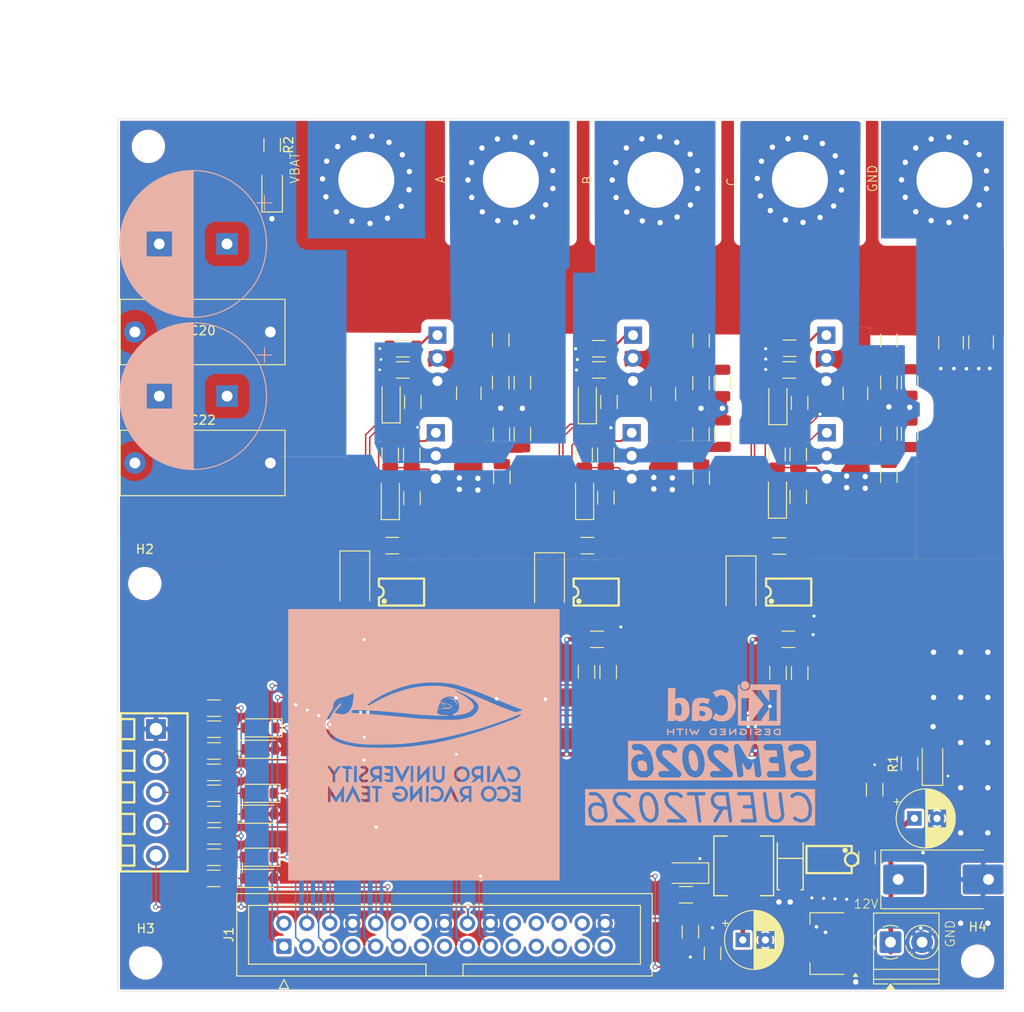
<source format=kicad_pcb>
(kicad_pcb (version 20241229) (generator "pcbnew") (generator_version "9.0")
  (layers (0 "F.Cu" signal) (2 "B.Cu" signal) (13 "F.Paste" user) (15 "B.Paste" user) (5 "F.SilkS" user "F.Silkscreen") (7 "B.SilkS" user "B.Silkscreen") (1 "F.Mask" user) (3 "B.Mask" user) (25 "Edge.Cuts" user))
  (net 0 "")
  (net 1 "PhaseC")
  (net 2 "CHigh_VGDrive")
  (net 3 "BHigh_VGDrive")
  (net 4 "PhaseB")
  (net 5 "PhaseA")
  (net 6 "AHigh_VGDrive")
  (net 7 "+12V")
  (net 8 "VDCH")
  (net 9 "Net-(C7-Pad1)")
  (net 10 "Net-(C44-Pad1)")
  (net 11 "Net-(C29-Pad1)")
  (net 12 "Net-(C45-Pad2)")
  (net 13 "Net-(D6-A)")
  (net 14 "Net-(D7-A)")
  (net 15 "ALow_GateSig")
  (net 16 "AHigh_GateSig")
  (net 17 "BLow_GateSig")
  (net 18 "BHigh_GateSig")
  (net 19 "CLow_GateSig")
  (net 20 "CHigh_GateSig")
  (net 21 "AhLogic")
  (net 22 "ChLogic")
  (net 23 "BhLogic")
  (net 24 "{slash}BlLogic")
  (net 25 "{slash}ClLogic")
  (net 26 "{slash}AlLogic")
  (net 27 "+5V")
  (net 28 "HallA_IN")
  (net 29 "HallC_IN")
  (net 30 "HallB_IN")
  (net 31 "+3.3V")
  (net 32 "HallA_Cnd")
  (net 33 "HallB_Cnd")
  (net 34 "HallC_Cnd")
  (net 35 "PhaseA_Cnd")
  (net 36 "PhaseB_Cnd")
  (net 37 "PhaseC_Cnd")
  (net 38 "VDCH_Cnd")
  (net 39 "Net-(U1-HIN)")
  (net 40 "Net-(U1-LIN)")
  (net 41 "BZcs")
  (net 42 "CZcs")
  (net 43 "AZcs")
  (net 44 "EN")
  (net 45 "Brake")
  (net 46 "AREF")
  (net 48 "Net-(D5-A)")
  (net 49 "Net-(C9-Pad2)")
  (net 50 "Net-(D8-A)")
  (net 51 "Net-(C27-Pad2)")
  (net 52 "Net-(D10-A)")
  (net 53 "Net-(D11-A)")
  (net 54 "Net-(D3-A)")
  (net 55 "Net-(D4-A)")
  (net 56 "Net-(D16-K)")
  (net 57 "Net-(D25-A)")
  (net 58 "Net-(U2-HIN)")
  (net 59 "Net-(U2-LIN)")
  (net 60 "Net-(U3-HIN)")
  (net 61 "Net-(U3-LIN)")
  (net 63 "GND")
  (net 64 "VShuntA_Cnd")
  (net 65 "VShuntB_Cnd")
  (net 66 "VShuntC_Cnd")
  (footprint "Resistor_SMD:R_1206_3216Metric" (layer "F.Cu") (at 226.295 97.825 90)
    (property "Reference" "R18" (hide yes))
    (property "Value" "100")
  )
  (footprint "Capacitor_SMD:C_1206_3216Metric" (layer "F.Cu") (at 193.32 76.175 -90)
    (property "Reference" "C7" (hide yes))
    (property "Value" "3nF 100V")
  )
  (footprint "Capacitor_SMD:C_1210_3225Metric" (layer "F.Cu") (at 243.045 61.245 -90)
    (property "Reference" "C19" (hide yes))
    (property "Value" "10uF 100V")
  )
  (footprint "Resistor_SMD:R_1206_3216Metric" (layer "F.Cu") (at 183.375 78.4625 90)
    (property "Reference" "R3" (hide yes))
    (property "Value" "10")
  )
  (footprint "Diode_SMD:D_SMC-RM10_Universal_Handsoldering" (layer "F.Cu") (at 242.195 120.675)
    (property "Reference" "D2" (hide yes))
    (property "Value" "D_Schottky")
  )
  (footprint "Diode_SMD:D_SOD-123" (layer "F.Cu") (at 181.065 67.775 90)
    (property "Reference" "D6" (hide yes))
    (property "Value" "D_Schottky")
  )
  (footprint "Capacitor_SMD:C_1206_3216Metric" (layer "F.Cu") (at 161.4175 120.565 180)
    (property "Reference" "C69" (hide yes))
    (property "Value" "100n 50V")
  )
  (footprint "Capacitor_SMD:C_1206_3216Metric" (layer "F.Cu") (at 233.745 118.275 -90)
    (property "Reference" "C57" (hide yes))
    (property "Value" "10u 50V")
  )
  (footprint "Resistor_SMD:R_1206_3216Metric" (layer "F.Cu") (at 202.435 73.625 90)
    (property "Reference" "R21" (hide yes))
    (property "Value" "10k")
  )
  (footprint "Resistor_SMD:R_1206_3216Metric" (layer "F.Cu") (at 161.445 111.145)
    (property "Reference" "R52" (hide yes))
    (property "Value" "100")
  )
  (footprint "LibMain:MadeWithKicad" (layer "F.Cu") (at 217.950617 106.578712)
    (property "Reference" "H5" (hide yes))
    (property "Value" "Logo_Open_Hardware_Large")
  )
  (footprint "Resistor_SMD:R_1206_3216Metric" (layer "F.Cu") (at 226.135 78.325 90)
    (property "Reference" "R29" (hide yes))
    (property "Value" "10")
  )
  (footprint "Capacitor_SMD:C_1206_3216Metric" (layer "F.Cu") (at 215.395 76.225 -90)
    (property "Reference" "C29" (hide yes))
    (property "Value" "3nF 100V")
  )
  (footprint "Resistor_SMD:R_1206_3216Metric" (layer "F.Cu") (at 215.375 65.7475 -90)
    (property "Reference" "R25" (hide yes))
    (property "Value" "10")
  )
  (footprint "Capacitor_SMD:C_1206_3216Metric" (layer "F.Cu") (at 234.595 110.75 90)
    (property "Reference" "C1" (hide yes))
    (property "Value" "10u 50V")
  )
  (footprint "Capacitor_SMD:C_1210_3225Metric" (layer "F.Cu") (at 232.465 66.885 -90)
    (property "Reference" "C49" (hide yes))
    (property "Value" "10uF 100V")
  )
  (footprint "Capacitor_SMD:C_1206_3216Metric" (layer "F.Cu") (at 182.24 94.095)
    (property "Reference" "C2" (hide yes))
    (property "Value" "10uF 50V")
  )
  (footprint "Resistor_SMD:R_1206_3216Metric" (layer "F.Cu") (at 161.445 101.715)
    (property "Reference" "R45" (hide yes))
    (property "Value" "10k")
  )
  (footprint "Capacitor_SMD:C_1206_3216Metric" (layer "F.Cu") (at 183.345 73.625 -90)
    (property "Reference" "C4" (hide yes))
    (property "Value" "470pF")
  )
  (footprint "Diode_SMD:D_SOD-123" (layer "F.Cu") (at 202.785 67.875 90)
    (property "Reference" "D8" (hide yes))
    (property "Value" "D_Schottky")
  )
  (footprint "Resistor_SMD:R_1206_3216Metric" (layer "F.Cu") (at 213.7075 122.375 180)
    (property "Reference" "R53" (hide yes))
    (property "Value" "1k")
  )
  (footprint "Resistor_SMD:R_1206_3216Metric" (layer "F.Cu") (at 238.47 71.35 -90)
    (property "Reference" "R37" (hide yes))
    (property "Value" "10")
  )
  (footprint "Resistor_SMD:R_1206_3216Metric" (layer "F.Cu") (at 223.895 97.825 90)
    (property "Reference" "R17" (hide yes))
    (property "Value" "100")
  )
  (footprint "Capacitor_SMD:C_1206_3216Metric" (layer "F.Cu") (at 224.035 83.765)
    (property "Reference" "C48" (hide yes))
    (property "Value" "220nF 100V")
  )
  (footprint "EasyEDA:SMA_L4.3-W2.6-LS5.2-RD" (layer "F.Cu") (at 225.245 119.225 -90)
    (property "Reference" "D16" (hide yes))
    (property "Value" "SS34_C8678")
  )
  (footprint "Resistor_SMD:R_1206_3216Metric" (layer "F.Cu") (at 161.435 108.825)
    (property "Reference" "R51" (hide yes))
    (property "Value" "10k")
  )
  (footprint "Resistor_SMD:R_1206_3216Metric" (layer "F.Cu") (at 195.595 65.6625 -90)
    (property "Reference" "R16" (hide yes))
    (property "Value" "10")
  )
  (footprint "Capacitor_SMD:C_1206_3216Metric" (layer "F.Cu") (at 161.46 106.455 180)
    (property "Reference" "C61" (hide yes))
    (property "Value" "100n 50V")
  )
  (footprint "Resistor_SMD:R_1206_3216Metric" (layer "F.Cu") (at 183.465 67.835 90)
    (property "Reference" "R4" (hide yes))
    (property "Value" "10")
  )
  (footprint "Capacitor_SMD:C_1210_3225Metric" (layer "F.Cu") (at 246.375 61.205 -90)
    (property "Reference" "C21" (hide yes))
    (property "Value" "10uF 100V")
  )
  (footprint "Capacitor_SMD:C_1206_3216Metric" (layer "F.Cu") (at 204.06 61.925 180)
    (property "Reference" "C24" (hide yes))
    (property "Value" "470pF")
  )
  (footprint "Package_TO_SOT_SMD:SOT-223-3_TabPin2" (layer "F.Cu") (at 229.345 127.775 180)
    (property "Reference" "U6" (hide yes))
    (property "Value" "AMS1117-3.3")
  )
  (footprint "Resistor_SMD:R_1206_3216Metric" (layer "F.Cu") (at 217.735 65.7175 -90)
    (property "Reference" "R27" (hide yes))
    (property "Value" "10")
  )
  (footprint "MountingHole:MountingHole_3.2mm_M3_DIN965" (layer "F.Cu") (at 154.195 39.525)
    (property "Reference" "H1" (hide yes))
    (property "Value" "MountingHole")
  )
  (footprint "Capacitor_SMD:C_1206_3216Metric" (layer "F.Cu") (at 203.845 94.095)
    (property "Reference" "C3" (hide yes))
    (property "Value" "10uF 50V")
  )
  (footprint "LED_SMD:LED_1206_3216Metric_Pad1.42x1.75mm_HandSolder" (layer "F.Cu") (at 213.7575 119.975 180)
    (property "Reference" "D25" (hide yes))
    (property "Value" "LED RED")
  )
  (footprint "Resistor_SMD:R_1206_3216Metric" (layer "F.Cu") (at 204.085 64.275)
    (property "Reference" "R22" (hide yes))
    (property "Value" "10k")
  )
  (footprint "Resistor_SMD:R_1206_3216Metric" (layer "F.Cu") (at 161.475 115.855)
    (property "Reference" "R54" (hide yes))
    (property "Value" "10k")
  )
  (footprint "Connector_IDC:IDC-Header_2x15_P2.54mm_Vertical" (layer "F.Cu") (at 169.195 128.075 90)
    (property "Reference" "J1")
    (property "Value" "Conn_02x15_Odd_Even")
  )
  (footprint "Capacitor_SMD:C_1206_3216Metric" (layer "F.Cu") (at 236.17 61.0125 -90)
    (property "Reference" "C45" (hide yes))
    (property "Value" "3nF 100V")
  )
  (footprint "Diode_SMD:D_SMA" (layer "F.Cu") (at 177.045 87.825 -90)
    (property "Reference" "D9" (hide yes))
    (property "Value" "SS110")
  )
  (footprint "TerminalBlock_Phoenix:TerminalBlock_Phoenix_PT-1,5-2-3.5-H_1x02_P3.50mm_Horizontal" (layer "F.Cu") (at 236.345 127.625)
    (property "Reference" "J2" (hide yes))
    (property "Value" "12V_IN")
  )
  (footprint "Capacitor_SMD:C_1206_3216Metric" (layer "F.Cu") (at 182.37 61.925 180)
    (property "Reference" "C5" (hide yes))
    (property "Value" "470pF")
  )
  (footprint "Diode_SMD:D_SOD-123" (layer "F.Cu") (at 166.405 111.145 180)
    (property "Reference" "D26" (hide yes))
    (property "Value" "D_Schottky")
  )
  (footprint "Resistor_SMD:R_1206_3216Metric" (layer "F.Cu") (at 205.185 67.825 90)
    (property "Reference" "R20" (hide yes))
    (property "Value" "10")
  )
  (footprint "EasyEDA:SOP-8_L4.9-W3.9-P1.27-LS6.0-BL" (layer "F.Cu") (at 203.765 88.855)
    (property "Reference" "U2" (hide yes))
    (property "Value" "EG2131_C5240691")
  )
  (footprint "Resistor_SMD:R_1206_3216Metric" (layer "F.Cu") (at 167.895 39.3625 -90)
    (property "Reference" "R2")
    (property "Value" "10k")
  )
  (footprint "Resistor_SMD:R_1206_3216Metric" (layer "F.Cu") (at 161.465 104.045)
    (property "Reference" "R46" (hide yes))
    (property "Value" "100")
  )
  (footprint "Diode_SMD:D_SMA" (layer "F.Cu") (at 198.595 88.025 -90)
    (property "Reference" "D12" (hide yes))
    (property "Value" "SS110")
  )
  (footprint "Resistor_SMD:R_1206_3216Metric" (layer "F.Cu") (at 238.47 65.6625 -90)
    (property "Reference" "R36" (hide yes))
    (property "Value" "10")
  )
  (footprint "Diode_SMD:D_SOD-123" (layer "F.Cu") (at 166.4275 120.565)
    (property "Reference" "D29" (hide yes))
    (property "Value" "D_Schottky")
  )
  (footprint "Capacitor_SMD:C_1206_3216Metric" (layer "F.Cu") (at 193.195 60.9625 -90)
    (property "Reference" "C9" (hide yes))
    (property "Value" "3nF 100V")
  )
  (footprint "Resistor_SMD:R_1206_3216Metric" (layer "F.Cu") (at 183.395 97.725 90)
    (property "Reference" "R6" (hide yes))
    (property "Value" "100")
  )
  (footprint "Diode_SMD:D_SOD-123" (layer "F.Cu") (at 223.885 67.975 90)
    (property "Reference" "D11" (hide yes))
    (property "Value" "D_Schottky")
  )
  (footprint "Resistor_SMD:R_1206_3216Metric" (layer "F.Cu") (at 223.785 73.625 90)
    (property "Reference" "R31" (hide yes))
    (property "Value" "10k")
  )
  (footprint "Capacitor_THT:C_Rect_L18.0mm_W7.0mm_P15.00mm_FKS3_FKP3" (layer "F.Cu") (at 152.695 74.575)
    (property "Reference" "C22")
    (property "Value" "1uF")
  )
  (footprint "Capacitor_SMD:C_1206_3216Metric" (layer "F.Cu") (at 181.195 83.725)
    (property "Reference" "C34" (hide yes))
    (property "Value" "220nF 100V")
  )
  (footprint "Resistor_SMD:R_1206_3216Metric" (layer "F.Cu") (at 193.27 71.4 -90)
    (property "Reference" "R15" (hide yes))
    (property "Value" "10")
  )
  (footprint "EasyEDA:IND-SMD_L7.1-W6.6_H5.0" (layer "F.Cu") (at 220.095 119.175 -90)
    (property "Reference" "L1" (hide yes))
    (property "Value" "SMMS0650-680M")
  )
  (footprint "Resistor_SMD:R_1206_3216Metric" (layer "F.Cu") (at 204.835 78.425 90)
    (property "Reference" "R19" (hide yes))
    (property "Value" "10")
  )
  (footprint "Resistor_SMD:R_1206_3216Metric" (layer "F.Cu") (at 182.355 64.275)
    (property "Reference" "R10" (hide yes))
    (property "Value" "10k")
  )
  (footprint "MountingHole:MountingHole_3.2mm_M3_DIN965" (layer "F.Cu") (at 153.895 129.925)
    (property "Reference" "H3")
    (property "Value" "MountingHole")
  )
  (footprint "LED_SMD:LED_1206_3216Metric_Pad1.42x1.75mm_HandSolder" (layer "F.Cu") (at 167.895 44.325 90)
    (property "Reference" "D4" (hide yes))
    (property "Value" "LED RED")
  )
  (footprint "Resistor_SMD:R_1206_3216Metric" (layer "F.Cu") (at 205.095 97.725 90)
    (property "Reference" "R8" (hide yes))
    (property "Value" "100")
  )
  (footprint "Diode_SMD:D_SOD-123" (layer "F.Cu") (at 180.975 78.485 90)
    (property "Reference" "D5" (hide yes))
    (property "Value" "D_Schottky")
  )
  (footprint "Capacitor_SMD:C_1206_3216Metric" (layer "F.Cu") (at 204.835 73.625 -90)
    (property "Reference" "C23" (hide yes))
    (property "Value" "470pF")
  )
  (footprint "MountingHole:MountingHole_3.2mm_M3_DIN965" (layer "F.Cu") (at 153.795 87.925)
    (property "Reference" "H2")
    (property "Value" "MountingHole")
  )
  (footprint "Resistor_SMD:R_1206_3216Metric" (layer "F.Cu") (at 225.135 64.275)
    (property "Reference" "R32" (hide yes))
    (property "Value" "10k")
  )
  (footprint "Capacitor_SMD:C_1206_3216Metric" (layer "F.Cu") (at 214.195 126.475 -90)
    (property "Reference" "C63" (hide yes))
    (property "Value" "10u 50V")
  )
  (footprint "Resistor_SMD:R_1206_3216Metric" (layer "F.Cu") (at 236.17 71.3375 -90)
    (property "Reference" "R35" (hide yes))
    (property "Value" "10")
  )
  (footprint "Diode_SMD:D_SOD-123" (layer "F.Cu") (at 166.3975 118.215 180)
    (property "Reference" "D28" (hide yes))
    (property "Value" "D_Schottky")
  )
  (footprint "Resistor_SMD:R_1206_3216Metric" (layer "F.Cu") (at 217.795 71.325 -90)
    (property "Reference" "R26" (hide yes))
    (property "Value" "10")
  )
  (footprint "Capacitor_SMD:C_1206_3216Metric" (layer "F.Cu") (at 236.17 76.025 -90)
    (property "Reference" "C44" (hide yes))
    (property "Value" "3nF 100V")
  )
  (footprint "EasyEDA:SOP-8_L4.9-W3.9-P1.27-LS6.0-BL" (layer "F.Cu") (at 182.215 88.855)
    (property "Reference" "U1" (hide yes))
    (property "Value" "EG2131_C5240691")
  )
  (footprint "Diode_SMD:D_SOD-123" (layer "F.Cu") (at 202.485 78.475 90)
    (property "Reference" "D7" (hide yes))
    (property "Value" "D_Schottky")
  )
  (footprint "Capacitor_THT:CP_Radial_D6.3mm_P2.50mm" (layer "F.Cu") (at 219.995 127.375)
    (property "Reference" "C58" (hide yes))
    (property "Value" "180uF-10V")
  )
  (footprint "Resistor_SMD:R_1206_3216Metric" (layer "F.Cu") (at 180.965 73.625 90)
    (property "Reference" "R9" (hide yes))
    (property "Value" "10k")
  )
  (footprint "Diode_SMD:D_SMA" (layer "F.Cu") (at 219.795 88.375 -90)
    (property "Reference" "D13" (hide yes))
    (property "Value" "SS110")
  )
  (footprint "Resistor_SMD:R_1206_3216Metric" (layer "F.Cu") (at 215.365 71.395 -90)
    (property "Reference" "R28" (hide yes))
    (property "Value" "10")
  )
  (footprint "Capacitor_SMD:C_1206_3216Metric" (layer "F.Cu") (at 202.795 83.725)
    (property "Reference" "C40" (hide yes))
    (property "Value" "220nF 100V")
  )
  (footprint "Capacitor_SMD:C_1210_3225Metric" (layer "F.Cu") (at 189.665 66.865 -90)
    (property "Reference" "C10" (hide yes))
    (property "Value" "10uF 100V")
  )
  (footprint "Capacitor_THT:C_Rect_L18.0mm_W7.0mm_P15.00mm_FKS3_FKP3" (layer "F.Cu") (at 152.695 60.075)
    (property "Reference" "C20")
    (property "Value" "10uF")
  )
  (footprint "Diode_SMD:D_SOD-123" (layer "F.Cu") (at 166.5775 106.275)
    (property "Reference" "D20" (hide yes))
    (property "Value" "D_Schottky")
  )
  (footprint "Resistor_SMD:R_1206_3216Metric" (layer "F.Cu") (at 236.17 65.6625 -90)
    (property "Reference" "R38" (hide yes))
    (property "Value" "10")
  )
  (footprint "EasyEDA:CONN-TH_5P-P3.50_DORABO_DB125-3.5-5P-GN-S" (layer "F.Cu") (at 155.035 111.035 -90)
    (property "Reference" "J4" (hide yes))
    (property "Value" "Screw_Terminal_01x05")
  )
  (footprint "Capacitor_SMD:C_1210_3225Metric" (layer "F.Cu") (at 211.195 66.935 -90)
    (property "Reference" "C31" (hide yes))
    (property "Value" "10uF 100V")
  )
  (footprint "Resistor_SMD:R_1206_3216Metric" (layer "F.Cu") (at 193.195 65.6625 -90)
    (property "Reference" "R14" (hide yes))
    (property "Value" "10")
  )
  (footprint "Resistor_SMD:R_1206_3216Metric" (layer "F.Cu") (at 238.455 107.875 90)
    (property "Reference" "R1")
    (property "Value" "10k")
  )
  (footprint "LED_SMD:LED_1206_3216Metric_Pad1.42x1.75mm_HandSolder" (layer "F.Cu") (at 240.995 107.805 90)
    (property "Reference" "D3" (hide yes))
    (property "Value" "LED RED")
  )
  (footprint "Capacitor_SMD:C_1206_3216Metric" (layer "F.Cu") (at 226.135 73.625 -90)
    (property "Reference" "C41" (hide yes))
    (property "Value" "470pF")
  )
  (footprint "EasyEDA:SOIC-8_L5.0-W4.0-P1.27-LS6.0-BL" (layer "F.Cu") (at 229.545 118.475 180)
    (property "Reference" "U4" (hide yes))
    (property "Value" "XL1509-5.0E1")
  )
  (footprint "Resistor_SMD:R_1206_3216Metric" (layer "F.Cu") (at 180.995 97.7625 90)
    (property "Reference" "R5" (hide yes))
    (property "Value" "100")
  )
  (footprint "Diode_SMD:D_SOD-123" (layer "F.Cu") (at 166.4775 113.455)
    (property "Reference" "D27" (hide yes))
    (property "Value" "D_Schottky")
  )
  (footprint "Resistor_SMD:R_1206_3216Metric" (layer "F.Cu") (at 195.595 71.375 -90)
    (property "Reference" "R13" (hide yes))
    (property "Value" "10")
  )
  (footprint "Diode_SMD:D_SOD-123" (layer "F.Cu") (at 166.6225 103.895 180)
    (property "Reference" "D19" (hide yes))
    (property "Value" "D_Schottky")
  )
  (footprint "Resistor_SMD:R_1206_3216Metric" (layer "F.Cu") (at 161.445 118.225)
    (property "Reference" "R55" (hide yes))
    (property "Value" "100")
  )
  (footprint "MountingHole:MountingHole_3.2mm_M3_DIN965" (layer "F.Cu") (at 245.995 129.725)
    (property "Reference" "H4")
    (property "Value" "MountingHole")
  )
  (footprint "Resistor_SMD:R_1206_3216Metric" (layer "F.Cu") (at 226.285 67.925 90)
    (property "Reference" "R30" (hide yes))
    (property "Value" "10")
  )
  (footprint "Capacitor_SMD:C_1206_3216Metric" (layer "F.Cu") (at 216.645 128.875 90)
    (property "Reference" "C65" (hide yes))
    (property "Value" "10u 50V")
  )
  (footprint "Capacitor_SMD:C_1206_3216Metric" (layer "F.Cu") (at 161.455 113.475 180)
    (property "Reference" "C67" (hide yes))
    (property "Value" "100n 50V")
  )
  (footprint "Diode_SMD:D_SOD-123" (layer "F.Cu") (at 223.835 78.325 90)
    (property "Reference" "D10" (hide yes))
    (property "Value" "D_Schottky")
  )
  (footprint "Capacitor_SMD:C_1206_3216Metric" (layer "F.Cu") (at 225.055 94.095)
    (property "Reference" "C12" (hide yes))
    (property "Value" "10uF 50V")
  )
  (footprint "Capacitor_THT:CP_Radial_D6.3mm_P2.50mm" (layer "F.Cu") (at 238.995 113.925)
    (property "Reference" "C55" (hide yes))
    (property "Value" "100uF-35V")
  )
  (footprint "Resistor_SMD:R_1206_3216Metric" (layer "F.Cu") (at 202.695 97.6875 90)
    (property "Reference" "R7" (hide yes))
    (property "Value" "100")
  )
  (footprint "EasyEDA:SOP-8_L4.9-W3.9-P1.27-LS6.0-BL" (layer "F.Cu") (at 225.075 88.855)
    (property "Reference" "U3" (hide yes))
    (property "Value" "EG2131_C5240691")
  )
  (footprint "Capacitor_SMD:C_1206_3216Metric" (layer "F.Cu") (at 225.185 61.875 180)
    (property "Reference" "C42" (hide yes))
    (property "Value" "470pF")
  )
  (footprint "Capacitor_SMD:C_1206_3216Metric" (layer "F.Cu") (at 215.375 61.035 -90)
    (property "Reference" "C27" (hide yes))
    (property "Value" "3nF 100V")
  )
  (footprint "LibMain:TO-220-3_Horizontal_TabUp" (layer "B.Cu") (at 207.845 60.425 -90)
    (property "Reference" "Q6" (hide yes))
    (property "Value" "IRF1407")
  )
  (footprint "LibMain:TO-220-3_Horizontal_TabUp" (layer "B.Cu") (at 229.295 71.235 -90)
    (property "Reference" "Q4" (hide yes))
    (property "Value" "IRF1407")
  )
  (footprint "LibMain:TO-220-3_Horizontal_TabUp" (layer "B.Cu") (at 186.015 71.235 -90)
    (property "Reference" "Q2" (hide yes))
    (property "Value" "IRF1407")
  )
  (footprint "LibMain:TO-220-3_Horizontal_TabUp" (layer "B.Cu") (at 229.245 60.425 -90)
    (property "Reference" "Q5" (hide yes))
    (property "Value" "IRF1407")
  )
  (footprint "LibMain:TO-220-3_Horizontal_TabUp" (layer "B.Cu") (at 186.195 60.425 -90)
    (property "Reference" "Q1" (hide yes))
    (property "Value" "IRF1407")
  )
  (footprint "LOGO" (layer "B.Cu") (at 184.695 105.775 180)
    (property "Reference" "G***" (hide yes))
    (property "Value" "LOGO" (hide yes))
  )
  (footprint "LibMain:PowerConn_01x05_P20" (layer "B.Cu") (at 210.445 36.475)
    (property "Reference" "J3" (hide yes))
    (property "Value" "Screw_Terminal_01x05" (hide yes))
  )
  (footprint "Capacitor_THT:CP_Radial_D16.0mm_P7.50mm" (layer "B.Cu") (at 162.907755 67.175 180)
    (property "Reference" "C17" (hide yes))
    (property "Value" "470uF 100V")
  )
  (footprint "LibMain:TO-220-3_Horizontal_TabUp" (layer "B.Cu") (at 207.695 71.235 -90)
    (property "Reference" "Q3" (hide yes))
    (property "Value" "IRF1407")
  )
  (footprint "Capacitor_THT:CP_Radial_D16.0mm_P7.50mm" (layer "B.Cu") (at 162.895 50.325 180)
    (property "Reference" "C18" (hide yes))
    (property "Value" "470uF 100V")
  )
  (gr_rect (start 150.805185 36.45) (end 249.145 133.1) (stroke (width 0.05)) (fill no) (layer "Edge.Cuts"))
  (gr_text "B" (at 203.395 43.825 90) (layer "F.SilkS") (effects (font (size 1 1) (thickness 0.1)) (justify left bottom)))
  (gr_text "12V" (at 232.195 123.975 0) (layer "F.SilkS") (effects (font (size 1 1) (thickness 0.1)) (justify left bottom)))
  (gr_text "GND" (at 234.945 44.675 90) (layer "F.SilkS") (effects (font (size 1 1) (thickness 0.1)) (justify left bottom)))
  (gr_text "GND" (at 243.545 128.275 90) (layer "F.SilkS") (effects (font (size 1 1) (thickness 0.1)) (justify left bottom)))
  (gr_text "VBAT" (at 170.995 43.725 90) (layer "F.SilkS") (effects (font (size 1 1) (thickness 0.1)) (justify left bottom)))
  (gr_text "C" (at 219.345 44.025 90) (layer "F.SilkS") (effects (font (size 1 1) (thickness 0.1)) (justify left bottom)))
  (gr_text "A" (at 187.095 43.675 90) (layer "F.SilkS") (effects (font (size 1 1) (thickness 0.1)) (justify left bottom)))
  (gr_text "CUERT2026" (at 228.445 112.825 0) (layer "B.SilkS" knockout) (effects (font (size 3 3) (thickness 0.375) (italic yes)) (justify left mirror)))
  (gr_text "SEM2026" (at 228.445 107.675 0) (layer "B.SilkS" knockout) (effects (font (size 3 3) (thickness 0.7) (bold yes) (italic yes)) (justify left mirror)))
  (segment (start 238.47 69.8875) (end 238.47 68.4125) (width 1) (layer "F.Cu") (net 1))
  (segment (start 223.61 64.225) (end 222.535 64.225) (width 0.25) (layer "F.Cu") (net 1))
  (segment (start 238.47 68.4125) (end 238.47 67.175) (width 1) (layer "F.Cu") (net 1))
  (segment (start 223.875 81.325) (end 225.51 82.96) (width 0.16) (layer "F.Cu") (net 1))
  (segment (start 236.195 69.8625) (end 238.495 69.8625) (width 1) (layer "F.Cu") (net 1))
  (segment (start 222.095 81.325) (end 223.875 81.325) (width 0.16) (layer "F.Cu") (net 1))
  (segment (start 236.17 67.125) (end 236.17 68.3625) (width 1) (layer "F.Cu") (net 1))
  (segment (start 225.705 86.175) (end 225.705 83.96) (width 0.25) (layer "F.Cu") (net 1))
  (segment (start 221.296 71.764) (end 221.296 80.526) (width 0.16) (layer "F.Cu") (net 1))
  (segment (start 226.934 70.786) (end 222.274 70.786) (width 0.16) (layer "F.Cu") (net 1))
  (segment (start 236.17 67.125) (end 238.47 67.125) (width 1) (layer "F.Cu") (net 1))
  (segment (start 238.47 67.175) (end 238.495 67.15) (width 1) (layer "F.Cu") (net 1))
  (segment (start 223.6225 61.925) (end 222.535 61.925) (width 0.25) (layer "F.Cu") (net 1))
  (segment (start 236.17 68.3625) (end 236.17 69.875) (width 1) (layer "F.Cu") (net 1))
  (segment (start 223.6225 63.075) (end 222.535 63.075) (width 0.25) (layer "F.Cu") (net 1))
  (segment (start 223.6225 61.925) (end 223.6225 63.075) (width 0.25) (layer "F.Cu") (net 1))
  (segment (start 221.296 80.526) (end 222.095 81.325) (width 0.16) (layer "F.Cu") (net 1))
  (segment (start 228.545 69.175) (end 226.934 70.786) (width 0.16) (layer "F.Cu") (net 1))
  (segment (start 222.274 70.786) (end 221.296 71.764) (width 0.16) (layer "F.Cu") (net 1))
  (segment (start 223.6225 63.075) (end 223.6225 64.2125) (width 0.25) (layer "F.Cu") (net 1))
  (via (at 228.545 69.175) (size 0.55) (drill 0.35) (layers "F.Cu" "B.Cu") (net 1))
  (via (at 238.47 68.4125) (size 1) (drill 0.6) (layers "F.Cu" "B.Cu") (net 1))
  (via (at 222.535 63.075) (size 0.55) (drill 0.35) (layers "F.Cu" "B.Cu") (net 1))
  (via (at 222.535 61.925) (size 0.55) (drill 0.35) (layers "F.Cu" "B.Cu") (net 1))
  (via (at 236.17 68.3625) (size 1) (drill 0.6) (layers "F.Cu" "B.Cu") (net 1))
  (via (at 222.535 64.225) (size 0.55) (drill 0.35) (layers "F.Cu" "B.Cu") (net 1))
  (segment (start 220.605 86.2) (end 223.14 86.2) (width 0.5) (layer "F.Cu") (net 2))
  (segment (start 222.56 85.57) (end 222.56 83.765) (width 0.25) (layer "F.Cu") (net 2))
  (segment (start 223.165 86.175) (end 222.56 85.57) (width 0.25) (layer "F.Cu") (net 2))
  (segment (start 198.595 86.025) (end 198.845 86.275) (width 0.25) (layer "F.Cu") (net 3))
  (segment (start 198.845 86.275) (end 201.755 86.275) (width 0.25) (layer "F.Cu") (net 3))
  (segment (start 201.32 85.64) (end 201.855 86.175) (width 0.25) (layer "F.Cu") (net 3))
  (segment (start 201.32 83.725) (end 201.32 85.64) (width 0.25) (layer "F.Cu") (net 3))
  (segment (start 215.375 68.664) (end 215.365 68.674) (width 1) (layer "F.Cu") (net 4))
  (segment (start 215.375 67.21) (end 215.375 68.525) (width 1) (layer "F.Cu") (net 4))
  (segment (start 202.6225 64.275) (end 201.585 64.275) (width 0.25) (layer "F.Cu") (net 4))
  (segment (start 202.6225 63.125) (end 202.6225 61.9625) (width 0.25) (layer "F.Cu") (net 4))
  (segment (start 202.305532 81.425) (end 203.156 82.275468) (width 0.16) (layer "F.Cu") (net 4))
  (segment (start 200.085 80.575) (end 200.935 81.425) (width 0.16) (layer "F.Cu") (net 4))
  (segment (start 202.6225 63.125) (end 201.685 63.125) (width 0.25) (layer "F.Cu") (net 4))
  (segment (start 215.375 68.525) (end 215.375 68.664) (width 1) (layer "F.Cu") (net 4))
  (segment (start 201.135 70.675) (end 200.085 71.725) (width 0.16) (layer "F.Cu") (net 4))
  (segment (start 203.156 82.275468) (end 203.156 82.286) (width 0.16) (layer "F.Cu") (net 4))
  (segment (start 215.375 67.21) (end 217.705 67.21) (width 1) (layer "F.Cu") (net 4))
  (segment (start 204.395 86.175) (end 204.395 83.95) (width 0.25) (layer "F.Cu") (net 4))
  (segment (start 217.705 67.21) (end 217.735 67.18) (width 1) (layer "F.Cu") (net 4))
  (segment (start 202.6225 64.275) (end 202.6225 63.125) (width 0.25) (layer "F.Cu") (net 4))
  (segment (start 200.085 71.725) (end 200.085 80.575) (width 0.16) (layer "F.Cu") (net 4))
  (segment (start 203.805 82.935) (end 204.395 82.935) (width 0.16) (layer "F.Cu") (net 4))
  (segment (start 217.735 68.525) (end 217.735 69.8025) (width 1) (layer "F.Cu") (net 4))
  (segment (start 217.735 69.8025) (end 217.795 69.8625) (width 1) (layer "F.Cu") (net 4))
  (segment (start 203.156 82.286) (end 203.805 82.935) (width 0.16) (layer "F.Cu") (net 4))
  (segment (start 200.935 81.425) (end 202.305532 81.425) (width 0.16) (layer "F.Cu") (net 4))
  (segment (start 205.395 70.675) (end 201.135 70.675) (width 0.16) (layer "F.Cu") (net 4))
  (segment (start 217.735 67.18) (end 217.735 68.525) (width 1) (layer "F.Cu") (net 4))
  (segment (start 202.585 61.925) (end 201.485 61.925) (width 0.25) (layer "F.Cu") (net 4))
  (segment (start 215.365 68.674) (end 215.365 69.9325) (width 1) (layer "F.Cu") (net 4))
  (via (at 201.485 61.925) (size 0.55) (drill 0.35) (layers "F.Cu" "B.Cu") (net 4))
  (via (at 217.735 68.525) (size 1) (drill 0.6) (layers "F.Cu" "B.Cu") (net 4))
  (via (at 215.375 68.525) (size 1) (drill 0.6) (layers "F.Cu" "B.Cu") (net 4))
  (via (at 201.585 64.275) (size 0.55) (drill 0.35) (layers "F.Cu" "B.Cu") (net 4))
  (via (at 201.685 63.125) (size 0.55) (drill 0.35) (layers "F.Cu" "B.Cu") (net 4))
  (via (at 205.395 70.675) (size 0.55) (drill 0.35) (layers "F.Cu" "B.Cu") (net 4))
  (segment (start 179.945 63.105) (end 179.935 63.115) (width 0.25) (layer "F.Cu") (net 5))
  (segment (start 180.8925 64.285) (end 180.8925 63.105) (width 0.25) (layer "F.Cu") (net 5))
  (segment (start 179.805 64.275) (end 179.795 64.265) (width 0.25) (layer "F.Cu") (net 5))
  (segment (start 180.8925 63.105) (end 179.945 63.105) (width 0.25) (layer "F.Cu") (net 5))
  (segment (start 183.705 70.915) (end 179.525 70.915) (width 0.16) (layer "F.Cu") (net 5))
  (segment (start 179.825 61.925) (end 179.805 61.905) (width 0.25) (layer "F.Cu") (net 5))
  (segment (start 180.8925 64.275) (end 179.805 64.275) (width 0.25) (layer "F.Cu") (net 5))
  (segment (start 193.295 69.9375) (end 193.195 69.8375) (width 1) (layer "F.Cu") (net 5))
  (segment (start 179.525 70.915) (end 178.695 71.745) (width 0.16) (layer "F.Cu") (net 5))
  (segment (start 195.595 68.525) (end 195.595 69.9125) (width 1) (layer "F.Cu") (net 5))
  (segment (start 183.995 70.625) (end 183.705 70.915) (width 0.16) (layer "F.Cu") (net 5))
  (segment (start 180.895 61.925) (end 179.825 61.925) (width 0.25) (layer "F.Cu") (net 5))
  (segment (start 179.235 81.425) (end 180.965 81.425) (width 0.16) (layer "F.Cu") (net 5))
  (segment (start 178.695 71.745) (end 178.695 80.885) (width 0.16) (layer "F.Cu") (net 5))
  (segment (start 182.845 86.175) (end 182.845 83.9) (width 0.25) (layer "F.Cu") (net 5))
  (segment (start 180.8925 63.105) (end 180.8925 61.9275) (width 0.25) (layer "F.Cu") (net 5))
  (segment (start 178.695 80.885) (end 179.235 81.425) (width 0.16) (layer "F.Cu") (net 5))
  (segment (start 195.595 67.125) (end 195.595 68.525) (width 1) (layer "F.Cu") (net 5))
  (segment (start 193.195 68.5) (end 193.195 67.125) (width 1) (layer "F.Cu") (net 5))
  (segment (start 193.195 69.8375) (end 193.195 68.5) (width 1) (layer "F.Cu") (net 5))
  (segment (start 180.965 81.425) (end 182.675 83.135) (width 0.16) (layer "F.Cu") (net 5))
  (via (at 179.805 61.905) (size 0.6) (drill 0.3) (layers "F.Cu" "B.Cu") (net 5))
  (via (at 179.935 63.115) (size 0.6) (drill 0.3) (layers "F.Cu" "B.Cu") (net 5))
  (via (at 183.995 70.625) (size 0.6) (drill 0.3) (layers "F.Cu" "B.Cu") (net 5))
  (via (at 179.795 64.265) (size 0.6) (drill 0.3) (layers "F.Cu" "B.Cu") (net 5))
  (via (at 193.195 68.5) (size 1) (drill 0.6) (layers "F.Cu" "B.Cu") (net 5))
  (via (at 195.595 68.525) (size 1) (drill 0.6) (layers "F.Cu" "B.Cu") (net 5))
  (segment (start 179.72 83.725) (end 179.72 85.59) (width 0.25) (layer "F.Cu") (net 6))
  (segment (start 179.72 85.59) (end 180.305 86.175) (width 0.25) (layer "F.Cu") (net 6))
  (segment (start 177.395 86.175) (end 180.305 86.175) (width 0.25) (layer "F.Cu") (net 6))
  (segment (start 177.045 85.825) (end 177.395 86.175) (width 0.25) (layer "F.Cu") (net 6))
  (segment (start 178.095 94.125) (end 178.395 94.125) (width 0.5) (layer "F.Cu") (net 7))
  (segment (start 238.4875 114.075) (end 236.3725 116.19) (width 0.5) (layer "F.Cu") (net 7))
  (segment (start 200.525 94.095) (end 200.495 94.125) (width 0.5) (layer "F.Cu") (net 7))
  (segment (start 220.895 90.375) (end 222.055 91.535) (width 0.25) (layer "F.Cu") (net 7))
  (segment (start 231.455 115.765) (end 232.71 115.765) (width 0.5) (layer "F.Cu") (net 7))
  (segment (start 198.595 90.025) (end 199.695 90.025) (width 0.25) (layer "F.Cu") (net 7))
  (segment (start 223.165 91.535) (end 223.165 92.605) (width 0.16) (layer "F.Cu") (net 7))
  (segment (start 201.855 92.585) (end 202.37 93.1) (width 0.25) (layer "F.Cu") (net 7))
  (segment (start 180.305 92.535) (end 180.765 92.995) (width 0.25) (layer "F.Cu") (net 7))
  (segment (start 180.305 91.535) (end 180.305 92.535) (width 0.25) (layer "F.Cu") (net 7))
  (segment (start 232.71 115.765) (end 233.745 116.8) (width 0.5) (layer "F.Cu") (net 7))
  (segment (start 236.3725 112.225) (end 234.595 112.225) (width 0.2) (layer "F.Cu") (net 7))
  (segment (start 236.2975 116.8) (end 236.3725 116.875) (width 0.5) (layer "F.Cu") (net 7))
  (segment (start 219.795 90.375) (end 220.895 90.375) (width 0.25) (layer "F.Cu") (net 7))
  (segment (start 236.3725 107.5025) (end 236.3725 109.395) (width 0.5) (layer "F.Cu") (net 7))
  (segment (start 178.095 104.925) (end 179.995 106.825) (width 0.5) (layer "F.Cu") (net 7))
  (segment (start 236.3725 116.875) (end 236.3725 128.74) (width 0.5) (layer "F.Cu") (net 7))
  (segment (start 223.58 94.095) (end 221.125 94.095) (width 0.5) (layer "F.Cu") (net 7))
  (segment (start 221.125 94.095) (end 221.095 94.125) (width 0.5) (layer "F.Cu") (net 7))
  (segment (start 179.805 91.535) (end 180.305 91.535) (width 0.25) (layer "F.Cu") (net 7))
  (segment (start 177.045 89.825) (end 178.095 89.825) (width 0.25) (layer "F.Cu") (net 7))
  (segment (start 238.425 109.395) (end 236.3725 109.395) (width 0.25) (layer "F.Cu") (net 7))
  (segment (start 236.3725 109.395) (end 236.3725 112.225) (width 0.5) (layer "F.Cu") (net 7))
  (segment (start 236.3725 112.225) (end 236.3725 116.875) (width 0.5) (layer "F.Cu") (net 7))
  (segment (start 202.37 94.095) (end 200.525 94.095) (width 0.5) (layer "F.Cu") (net 7))
  (segment (start 238.455 109.425) (end 238.425 109.395) (width 0.25) (layer "F.Cu") (net 7))
  (segment (start 199.695 90.025) (end 201.205 91.535) (width 0.25) (layer "F.Cu") (net 7))
  (segment (start 223.165 92.605) (end 223.58 93.02) (width 0.16) (layer "F.Cu") (net 7))
  (segment (start 233.745 116.8) (end 236.2975 116.8) (width 0.5) (layer "F.Cu") (net 7))
  (segment (start 180.765 92.995) (end 180.765 93.925) (width 0.25) (layer "F.Cu") (net 7))
  (segment (start 178.095 89.825) (end 179.805 91.535) (width 0.25) (layer "F.Cu") (net 7))
  (segment (start 178.395 94.125) (end 178.425 94.095) (width 0.5) (layer "F.Cu") (net 7))
  (segment (start 202.37 93.1) (end 202.37 94.095) (width 0.25) (layer "F.Cu") (net 7))
  (segment (start 201.855 91.535) (end 201.855 92.585) (width 0.25) (layer "F.Cu") (net 7))
  (segment (start 223.58 93.02) (end 223.58 94.095) (width 0.16) (layer "F.Cu") (net 7))
  (segment (start 178.425 94.095) (end 180.765 94.095) (width 0.5) (layer "F.Cu") (net 7))
  (segment (start 222.055 91.535) (end 223.165 91.535) (width 0.25) (layer "F.Cu") (net 7))
  (segment (start 235.695 106.825) (end 236.3725 107.5025) (width 0.5) (layer "F.Cu") (net 7))
  (segment (start 201.205 91.535) (end 201.855 91.535) (width 0.25) (layer "F.Cu") (net 7))
  (segment (start 179.995 106.825) (end 235.695 106.825) (width 0.5) (layer "F.Cu") (net 7))
  (via (at 220.995 106.825) (size 0.55) (drill 0.35) (layers "F.Cu" "B.Cu") (net 7))
  (via (at 200.495 106.825) (size 0.55) (drill 0.35) (layers "F.Cu" "B.Cu") (net 7))
  (via (at 221.095 94.125) (size 0.55) (drill 0.35) (layers "F.Cu" "B.Cu") (net 7))
  (via (at 178.095 94.125) (size 0.55) (drill 0.35) (layers "F.Cu" "B.Cu") (net 7))
  (via (at 200.495 94.125) (size 0.55) (drill 0.35) (layers "F.Cu" "B.Cu") (net 7))
  (via (at 178.095 104.925) (size 0.55) (drill 0.35) (layers "F.Cu" "B.Cu") (net 7))
  (via (at 188.295 106.825) (size 0.6) (drill 0.3) (layers "F.Cu" "B.Cu") (net 7))
  (segment (start 220.995 94.225) (end 221.095 94.125) (width 0.5) (layer "B.Cu") (net 7))
  (segment (start 188.295 127.075) (end 189.295 128.075) (width 0.2) (layer "B.Cu") (net 7))
  (segment (start 178.095 104.925) (end 178.095 94.125) (width 0.5) (layer "B.Cu") (net 7))
  (segment (start 189.295 128.075) (end 189.515 128.075) (width 0.2) (layer "B.Cu") (net 7))
  (segment (start 188.295 106.825) (end 188.295 127.075) (width 0.2) (layer "B.Cu") (net 7))
  (segment (start 220.995 106.825) (end 220.995 94.225) (width 0.5) (layer "B.Cu") (net 7))
  (segment (start 200.495 106.825) (end 200.495 94.125) (width 0.5) (layer "B.Cu") (net 7))
  (segment (start 195.52 72.95) (end 193.27 72.95) (width 1) (layer "F.Cu") (net 9))
  (segment (start 193.27 72.95) (end 193.27 74.7375) (width 1) (layer "F.Cu") (net 9))
  (segment (start 236.17 72.8) (end 238.4575 72.8) (width 1) (layer "F.Cu") (net 10))
  (segment (start 238.4575 72.8) (end 238.47 72.8125) (width 1) (layer "F.Cu") (net 10))
  (segment (start 236.17 72.8) (end 236.17 74.55) (width 1) (layer "F.Cu") (net 10))
  (segment (start 215.365 72.8575) (end 217.725 72.8575) (width 1) (layer "F.Cu") (net 11))
  (segment (start 215.395 72.8875) (end 215.365 72.8575) (width 1) (layer "F.Cu") (net 11))
  (segment (start 217.725 72.8575) (end 217.795 72.7875) (width 1) (layer "F.Cu") (net 11))
  (segment (start 215.395 74.75) (end 215.395 72.8875) (width 1) (layer "F.Cu") (net 11))
  (segment (start 236.17 62.4875) (end 236.17 64.2) (width 1) (layer "F.Cu") (net 12))
  (segment (start 236.17 64.2) (end 238.47 64.2) (width 1) (layer "F.Cu") (net 12))
  (segment (start 181.145 66.205) (end 183.2975 66.205) (width 0.25) (layer "F.Cu") (net 13))
  (segment (start 183.8175 64.275) (end 183.8175 65.86) (width 0.25) (layer "F.Cu") (net 13))
  (segment (start 185.655 60.235) (end 185.535 60.235) (width 0.25) (layer "F.Cu") (net 13))
  (segment (start 183.845 61.925) (end 183.845 64.2525) (width 0.25) (layer "F.Cu") (net 13))
  (segment (start 185.535 60.235) (end 183.845 61.925) (width 0.25) (layer "F.Cu") (net 13))
  (segment (start 183.8175 65.86) (end 183.315 66.3625) (width 0.25) (layer "F.Cu") (net 13))
  (segment (start 186.195 60.775) (end 185.655 60.235) (width 0.25) (layer "F.Cu") (net 13))
  (segment (start 202.435 72.1625) (end 204.8225 72.1625) (width 0.2) (layer "F.Cu") (net 14))
  (segment (start 206.52 72.15) (end 207.695 70.975) (width 0.2) (layer "F.Cu") (net 14))
  (segment (start 201.085 76.125) (end 201.085 72.625) (width 0.16) (layer "F.Cu") (net 14))
  (segment (start 204.835 72.15) (end 206.52 72.15) (width 0.2) (layer "F.Cu") (net 14))
  (segment (start 204.835 76.9625) (end 201.9225 76.9625) (width 0.16) (layer "F.Cu") (net 14))
  (segment (start 204.835 72.15) (end 204.835 72.675) (width 0.16) (layer "F.Cu") (net 14))
  (segment (start 201.085 72.625) (end 201.5475 72.1625) (width 0.16) (layer "F.Cu") (net 14))
  (segment (start 201.9225 76.9625) (end 201.085 76.125) (width 0.16) (layer "F.Cu") (net 14))
  (segment (start 201.5475 72.1625) (end 202.435 72.1625) (width 0.16) (layer "F.Cu") (net 14))
  (segment (start 183.375 81.045) (end 184.115 81.785) (width 0.16) (layer "F.Cu") (net 15))
  (segment (start 183.375 79.925) (end 183.375 81.045) (width 0.16) (layer "F.Cu") (net 15))
  (segment (start 180.975 80.135) (end 183.165 80.135) (width 0.16) (layer "F.Cu") (net 15))
  (segment (start 184.115 81.785) (end 184.115 86.175) (width 0.16) (layer "F.Cu") (net 15))
  (segment (start 181.175 82.405) (end 181.175 84.905) (width 0.16) (layer "F.Cu") (net 16))
  (segment (start 181.585 85.315) (end 181.585 86.175) (width 0.16) (layer "F.Cu") (net 16))
  (segment (start 181.175 84.905) (end 181.585 85.315) (width 0.16) (layer "F.Cu") (net 16))
  (segment (start 183.535 69.3675) (end 183.535 69.965) (width 0.16) (layer "F.Cu") (net 16))
  (segment (start 181.065 69.425) (end 181.065 70.485) (width 0.16) (layer "F.Cu") (net 16))
  (segment (start 179.185 70.515) (end 178.245 71.455) (width 0.16) (layer "F.Cu") (net 16))
  (segment (start 179.085 81.925) (end 180.695 81.925) (width 0.16) (layer "F.Cu") (net 16))
  (segment (start 180.695 81.925) (end 181.175 82.405) (width 0.16) (layer "F.Cu") (net 16))
  (segment (start 183.535 69.965) (end 182.985 70.515) (width 0.16) (layer "F.Cu") (net 16))
  (segment (start 182.985 70.515) (end 179.185 70.515) (width 0.16) (layer "F.Cu") (net 16))
  (segment (start 178.245 81.085) (end 179.085 81.925) (width 0.16) (layer "F.Cu") (net 16))
  (segment (start 178.245 71.455) (end 178.245 81.085) (width 0.16) (layer "F.Cu") (net 16))
  (segment (start 202.485 80.125) (end 204.5975 80.125) (width 0.16) (layer "F.Cu") (net 17))
  (segment (start 204.835 79.8875) (end 204.835 81.475) (width 0.16) (layer "F.Cu") (net 17))
  (segment (start 204.835 81.475) (end 205.665 82.305) (width 0.16) (layer "F.Cu") (net 17))
  (segment (start 205.665 82.305) (end 205.665 86.175) (width 0.16) (layer "F.Cu") (net 17))
  (segment (start 203.135 70.275) (end 204.835 70.275) (width 0.16) (layer "F.Cu") (net 18))
  (segment (start 199.685 80.775) (end 200.735 81.825) (width 0.16) (layer "F.Cu") (net 18))
  (segment (start 205.185 69.925) (end 205.185 69.2875) (width 0.16) (layer "F.Cu") (net 18))
  (segment (start 202.785 70.275) (end 202.785 69.525) (width 0.16) (layer "F.Cu") (net 18))
  (segment (start 203.135 85.265) (end 203.135 86.175) (width 0.16) (layer "F.Cu") (net 18))
  (segment (start 200.885 70.275) (end 199.685 71.475) (width 0.16) (layer "F.Cu") (net 18))
  (segment (start 202.195 81.825) (end 202.795 82.425) (width 0.16) (layer "F.Cu") (net 18))
  (segment (start 200.735 81.825) (end 202.195 81.825) (width 0.16) (layer "F.Cu") (net 18))
  (segment (start 202.795 84.925) (end 203.135 85.265) (width 0.16) (layer "F.Cu") (net 18))
  (segment (start 203.135 70.275) (end 200.885 70.275) (width 0.16) (layer "F.Cu") (net 18))
  (segment (start 202.795 82.425) (end 202.795 84.925) (width 0.16) (layer "F.Cu") (net 18))
  (segment (start 204.835 70.275) (end 205.185 69.925) (width 0.16) (layer "F.Cu") (net 18))
  (segment (start 199.685 71.475) (end 199.685 80.775) (width 0.16) (layer "F.Cu") (net 18))
  (segment (start 203.135 70.275) (end 202.785 70.275) (width 0.16) (layer "F.Cu") (net 18))
  (segment (start 226.985 81.95) (end 226.9475 81.9125) (width 0.16) (layer "F.Cu") (net 19))
  (segment (start 226.135 81.1) (end 226.135 79.7875) (width 0.16) (layer "F.Cu") (net 19))
  (segment (start 226.9475 81.9125) (end 226.975 81.94) (width 0.16) (layer "F.Cu") (net 19))
  (segment (start 223.835 79.975) (end 225.9475 79.975) (width 0.16) (layer "F.Cu") (net 19))
  (segment (start 226.9475 81.9125) (end 226.135 81.1) (width 0.16) (layer "F.Cu") (net 19))
  (segment (start 226.975 81.94) (end 226.975 85.835) (width 0.16) (layer "F.Cu") (net 19))
  (segment (start 225.56625 70.425) (end 224.035 70.425) (width 0.16) (layer "F.Cu") (net 20))
  (segment (start 224.075 82.095) (end 224.075 84.915) (width 0.16) (layer "F.Cu") (net 20))
  (segment (start 222.085 70.425) (end 220.935 71.575) (width 0.16) (layer "F.Cu") (net 20))
  (segment (start 224.035 70.425) (end 222.085 70.425) (width 0.16) (layer "F.Cu") (net 20))
  (segment (start 221.926 81.686) (end 223.666 81.686) (width 0.16) (layer "F.Cu") (net 20))
  (segment (start 220.935 80.695) (end 221.926 81.686) (width 0.16) (layer "F.Cu") (net 20))
  (segment (start 223.885 69.625) (end 223.885 70.275) (width 0.16) (layer "F.Cu") (net 20))
  (segment (start 224.445 85.285) (end 224.445 86.175) (width 0.16) (layer "F.Cu") (net 20))
  (segment (start 224.075 84.915) (end 224.445 85.285) (width 0.16) (layer "F.Cu") (net 20))
  (segment (start 220.935 71.575) (end 220.935 80.695) (width 0.16) (layer "F.Cu") (net 20))
  (segment (start 223.885 70.275) (end 224.035 70.425) (width 0.16) (layer "F.Cu") (net 20))
  (segment (start 226.735 69.25625) (end 225.56625 70.425) (width 0.16) (layer "F.Cu") (net 20))
  (segment (start 223.666 81.686) (end 224.075 82.095) (width 0.16) (layer "F.Cu") (net 20))
  (segment (start 167.895 99.225) (end 180.995 99.225) (width 0.16) (layer "F.Cu") (net 21))
  (via (at 167.895 99.225) (size 0.55) (drill 0.35) (layers "F.Cu" "B.Cu") (net 21))
  (segment (start 167.895 127.0275) (end 169.245 128.3775) (width 0.16) (layer "B.Cu") (net 21))
  (segment (start 167.895 99.225) (end 167.895 127.0275) (width 0.16) (layer "B.Cu") (net 21))
  (segment (start 220.6575 102.525) (end 223.895 99.2875) (width 0.16) (layer "F.Cu") (net 22))
  (segment (start 173.045 102.525) (end 220.6575 102.525) (width 0.16) (layer "F.Cu") (net 22))
  (via (at 173.045 102.525) (size 0.55) (drill 0.35) (layers "F.Cu" "B.Cu") (net 22))
  (segment (start 173.045 127.0975) (end 174.325 128.3775) (width 0.16) (layer "B.Cu") (net 22))
  (segment (start 173.045 102.525) (end 173.045 127.0975) (width 0.16) (layer "B.Cu") (net 22))
  (segment (start 184.295 101.325) (end 186.47 99.15) (width 0.16) (layer "F.Cu") (net 23))
  (segment (start 186.47 99.15) (end 202.695 99.15) (width 0.16) (layer "F.Cu") (net 23))
  (segment (start 170.495 101.325) (end 184.295 101.325) (width 0.16) (layer "F.Cu") (net 23))
  (via (at 170.495 101.325) (size 0.55) (drill 0.35) (layers "F.Cu" "B.Cu") (net 23))
  (segment (start 170.495 127.0875) (end 171.785 128.3775) (width 0.16) (layer "B.Cu") (net 23))
  (segment (start 170.495 101.325) (end 170.495 127.0875) (width 0.16) (layer "B.Cu") (net 23))
  (segment (start 202.3575 101.925) (end 171.795 101.925) (width 0.16) (layer "F.Cu") (net 24))
  (segment (start 205.095 99.1875) (end 202.3575 101.925) (width 0.16) (layer "F.Cu") (net 24))
  (via (at 171.795 101.925) (size 0.55) (drill 0.35) (layers "F.Cu" "B.Cu") (net 24))
  (segment (start 171.795 101.925) (end 171.785 101.935) (width 0.16) (layer "B.Cu") (net 24))
  (segment (start 171.785 101.935) (end 171.785 125.485) (width 0.16) (layer "B.Cu") (net 24))
  (segment (start 171.785 125.485) (end 171.735 125.535) (width 0.16) (layer "B.Cu") (net 24))
  (segment (start 226.295 99.675) (end 226.295 99.2875) (width 0.2) (layer "F.Cu") (net 25))
  (segment (start 222.445 103.525) (end 226.295 99.675) (width 0.2) (layer "F.Cu") (net 25))
  (segment (start 174.295 103.525) (end 222.445 103.525) (width 0.2) (layer "F.Cu") (net 25))
  (via (at 174.295 103.525) (size 0.6) (drill 0.3) (layers "F.Cu" "B.Cu") (net 25))
  (segment (start 174.295 104.825) (end 174.325 104.855) (width 0.2) (layer "B.Cu") (net 25))
  (segment (start 174.295 103.525) (end 174.295 104.825) (width 0.2) (layer "B.Cu") (net 25))
  (segment (start 174.325 104.855) (end 174.325 125.485) (width 0.2) (layer "B.Cu") (net 25))
  (segment (start 174.325 125.485) (end 174.275 125.535) (width 0.2) (layer "B.Cu") (net 25))
  (segment (start 182.995 100.525) (end 183.395 100.125) (width 0.16) (layer "F.Cu") (net 26))
  (segment (start 168.495 100.525) (end 182.995 100.525) (width 0.16) (layer "F.Cu") (net 26))
  (segment (start 183.395 100.125) (end 183.395 99.1875) (width 0.16) (layer "F.Cu") (net 26))
  (via (at 168.495 100.525) (size 0.55) (drill 0.35) (layers "F.Cu" "B.Cu") (net 26))
  (segment (start 168.495 100.525) (end 168.495 124.835) (width 0.16) (layer "B.Cu") (net 26))
  (segment (start 168.495 124.835) (end 169.245 125.585) (width 0.16) (layer "B.Cu") (net 26))
  (segment (start 228.915 115.2) (end 227.04 113.325) (width 0.16) (layer "F.Cu") (net 27))
  (segment (start 217.095 121.425) (end 218.045 122.375) (width 0.16) (layer "F.Cu") (net 27))
  (segment (start 215.2575 122.375) (end 219.805 122.375) (width 0.25) (layer "F.Cu") (net 27))
  (segment (start 215.095 124.825) (end 219.895 124.825) (width 0.25) (layer "F.Cu") (net 27))
  (segment (start 164.465 108.825) (end 162.985 108.825) (width 0.16) (layer "F.Cu") (net 27))
  (segment (start 154.995 123.725) (end 208.195 123.725) (width 0.16) (layer "F.Cu") (net 27))
  (segment (start 219.995 127.375) (end 219.995 124.425) (width 0.5) (layer "F.Cu") (net 27))
  (segment (start 230.145 125.475) (end 229.595 124.925) (width 0.5) (layer "F.Cu") (net 27))
  (segment (start 208.195 123.725) (end 209.47 125) (width 0.16) (layer "F.Cu") (net 27))
  (segment (start 219.895 124.825) (end 219.995 124.925) (width 0.25) (layer "F.Cu") (net 27))
  (segment (start 218.145 113.325) (end 217.095 114.375) (width 0.16) (layer "F.Cu") (net 27))
  (segment (start 232.495 125.475) (end 230.145 125.475) (width 0.5) (layer "F.Cu") (net 27))
  (segment (start 217.095 114.375) (end 217.095 121.425) (width 0.16) (layer "F.Cu") (net 27))
  (segment (start 219.995 124.425) (end 219.995 122.085) (width 0.5) (layer "F.Cu") (net 27))
  (segment (start 209.47 125) (end 214.195 125) (width 0.16) (layer "F.Cu") (net 27))
  (segment (start 163.025 115.855) (end 164.465 115.855) (width 0.16) (layer "F.Cu") (net 27))
  (segment (start 229.595 124.925) (end 219.995 124.925) (width 0.5) (layer "F.Cu") (net 27))
  (segment (start 164.465 101.705) (end 163.005 101.705) (width 0.16) (layer "F.Cu") (net 27))
  (segment (start 227.04 113.325) (end 218.145 113.325) (width 0.16) (layer "F.Cu") (net 27))
  (segment (start 218.045 122.375) (end 219.705 122.375) (width 0.16) (layer "F.Cu") (net 27))
  (via (at 164.465 115.855) (size 0.55) (drill 0.35) (layers "F.Cu" "B.Cu") (net 27))
  (via (at 164.465 108.825) (size 0.55) (drill 0.35) (layers "F.Cu" "B.Cu") (net 27))
  (via (at 189.565 123.725) (size 0.55) (drill 0.35) (layers "F.Cu" "B.Cu") (net 27))
  (via (at 164.465 123.725) (size 0.55) (drill 0.35) (layers "F.Cu" "B.Cu") (net 27))
  (via (at 164.465 101.705) (size 0.55) (drill 0.35) (layers "F.Cu" "B.Cu") (net 27))
  (via (at 154.995 123.725) (size 0.55) (drill 0.35) (layers "F.Cu" "B.Cu") (net 27))
  (segment (start 189.565 125.485) (end 189.565 123.725) (width 0.25) (layer "B.Cu") (net 27))
  (segment (start 155.035 123.685) (end 155.035 119.035) (width 0.16) (layer "B.Cu") (net 27))
  (segment (start 189.515 125.535) (end 189.565 125.485) (width 0.25) (layer "B.Cu") (net 27))
  (segment (start 164.465 123.725) (end 164.465 101.705) (width 0.16) (layer "B.Cu") (net 27))
  (segment (start 154.995 123.725) (end 155.035 123.685) (width 0.16) (layer "B.Cu") (net 27))
  (segment (start 155.035 107.535) (end 158.525 104.045) (width 0.16) (layer "F.Cu") (net 28))
  (segment (start 158.525 104.045) (end 159.915 104.045) (width 0.16) (layer "F.Cu") (net 28))
  (segment (start 159.895 101.665) (end 159.895 103.83) (width 0.16) (layer "F.Cu") (net 28))
  (segment (start 155.035 114.535) (end 156.4075 114.535) (width 0.16) (layer "F.Cu") (net 29))
  (segment (start 157.7275 115.855) (end 159.925 115.855) (width 0.16) (layer "F.Cu") (net 29))
  (segment (start 156.4075 114.535) (end 157.7275 115.855) (width 0.16) (layer "F.Cu") (net 29))
  (segment (start 159.925 115.855) (end 159.925 118.195) (width 0.16) (layer "F.Cu") (net 29))
  (segment (start 159.885 108.825) (end 159.885 111.135) (width 0.16) (layer "F.Cu") (net 30))
  (segment (start 155.035 111.035) (end 159.785 111.035) (width 0.16) (layer "F.Cu") (net 30))
  (segment (start 216.645 130.35) (end 223.62 130.35) (width 0.25) (layer "F.Cu") (net 31))
  (segment (start 168.0475 118.215) (end 169.565 118.215) (width 0.16) (layer "F.Cu") (net 31))
  (segment (start 169.545 103.925) (end 169.495 103.925) (width 0.16) (layer "F.Cu") (net 31))
  (segment (start 210.295 130.375) (end 210.845 130.375) (width 0.16) (layer "F.Cu") (net 31))
  (segment (start 223.62 130.35) (end 226.195 127.775) (width 0.25) (layer "F.Cu") (net 31))
  (segment (start 169.495 103.925) (end 169.465 103.895) (width 0.16) (layer "F.Cu") (net 31))
  (segment (start 210.845 130.375) (end 210.87 130.35) (width 0.16) (layer "F.Cu") (net 31))
  (segment (start 169.565 118.215) (end 171.675 120.325) (width 0.16) (layer "F.Cu") (net 31))
  (segment (start 171.695 120.325) (end 210.295 120.325) (width 0.16) (layer "F.Cu") (net 31))
  (segment (start 169.515 111.145) (end 168.055 111.145) (width 0.16) (layer "F.Cu") (net 31))
  (segment (start 210.87 130.35) (end 216.645 130.35) (width 0.16) (layer "F.Cu") (net 31))
  (segment (start 171.675 120.325) (end 171.695 120.325) (width 0.16) (layer "F.Cu") (net 31))
  (segment (start 169.465 103.895) (end 168.2725 103.895) (width 0.16) (layer "F.Cu") (net 31))
  (segment (start 232.495 127.775) (end 226.195 127.775) (width 0.5) (layer "F.Cu") (net 31))
  (via (at 169.555 118.205) (size 0.55) (drill 0.35) (layers "F.Cu" "B.Cu") (net 31))
  (via (at 169.555 111.155) (size 0.55) (drill 0.35) (layers "F.Cu" "B.Cu") (net 31))
  (via (at 210.295 120.325) (size 0.55) (drill 0.35) (layers "F.Cu" "B.Cu") (net 31))
  (via (at 169.545 103.925) (size 0.55) (drill 0.35) (layers "F.Cu" "B.Cu") (net 31))
  (via (at 190.965 120.315) (size 0.55) (drill 0.35) (layers "F.Cu" "B.Cu") (net 31))
  (via (at 210.295 130.375) (size 0.55) (drill 0.35) (layers "F.Cu" "B.Cu") (net 31))
  (segment (start 190.965 120.315) (end 190.795 120.485) (width 0.16) (layer "B.Cu") (net 31))
  (segment (start 169.555 104.955) (end 169.555 118.205) (width 0.16) (layer "B.Cu") (net 31))
  (segment (start 210.295 120.325) (end 210.295 130.375) (width 0.16) (layer "B.Cu") (net 31))
  (segment (start 169.545 103.925) (end 169.545 104.945) (width 0.16) (layer "B.Cu") (net 31))
  (segment (start 169.545 104.945) (end 169.555 104.955) (width 0.16) (layer "B.Cu") (net 31))
  (segment (start 190.795 120.485) (end 190.795 126.815) (width 0.16) (layer "B.Cu") (net 31))
  (segment (start 190.795 126.815) (end 192.105 128.125) (width 0.16) (layer "B.Cu") (net 31))
  (segment (start 178.045 107.425) (end 166.0775 107.425) (width 0.16) (layer "F.Cu") (net 32))
  (segment (start 163.0225 106.455) (end 164.94 106.455) (width 0.16) (layer "F.Cu") (net 32))
  (segment (start 178.095 107.475) (end 178.045 107.425) (width 0.16) (layer "F.Cu") (net 32))
  (segment (start 163.18 104.015) (end 164.8525 104.015) (width 0.16) (layer "F.Cu") (net 32))
  (segment (start 166.0775 107.425) (end 164.9275 106.275) (width 0.16) (layer "F.Cu") (net 32))
  (segment (start 164.9725 103.895) (end 164.9725 106.4225) (width 0.16) (layer "F.Cu") (net 32))
  (via (at 178.095 107.475) (size 0.55) (drill 0.35) (layers "F.Cu" "B.Cu") (net 32))
  (segment (start 178.095 107.475) (end 178.095 127.0675) (width 0.16) (layer "B.Cu") (net 32))
  (segment (start 178.095 127.0675) (end 179.405 128.3775) (width 0.16) (layer "B.Cu") (net 32))
  (segment (start 162.995 111.145) (end 164.755 111.145) (width 0.16) (layer "F.Cu") (net 33))
  (segment (start 166.2475 114.875) (end 164.8275 113.455) (width 0.16) (layer "F.Cu") (net 33))
  (segment (start 179.395 114.875) (end 166.2475 114.875) (width 0.16) (layer "F.Cu") (net 33))
  (segment (start 164.755 111.145) (end 164.755 113.4225) (width 0.16) (layer "F.Cu") (net 33))
  (segment (start 164.7875 113.455) (end 163.0375 113.455) (width 0.16) (layer "F.Cu") (net 33))
  (via (at 179.395 114.875) (size 0.55) (drill 0.35) (layers "F.Cu" "B.Cu") (net 33))
  (segment (start 179.395 115.905) (end 179.405 115.915) (width 0.16) (layer "B.Cu") (net 33))
  (segment (start 179.395 114.875) (end 179.395 115.905) (width 0.16) (layer "B.Cu") (net 33))
  (segment (start 179.405 115.915) (end 179.405 125.485) (width 0.16) (layer "B.Cu") (net 33))
  (segment (start 179.405 125.485) (end 179.355 125.535) (width 0.16) (layer "B.Cu") (net 33))
  (segment (start 164.7475 118.215) (end 163.005 118.215) (width 0.16) (layer "F.Cu") (net 34))
  (segment (start 164.7475 118.215) (end 164.7475 120.535) (width 0.16) (layer "F.Cu") (net 34))
  (segment (start 180.645 121.525) (end 165.7375 121.525) (width 0.16) (layer "F.Cu") (net 34))
  (segment (start 165.7375 121.525) (end 164.7775 120.565) (width 0.16) (layer "F.Cu") (net 34))
  (segment (start 164.7775 120.565) (end 162.98 120.565) (width 0.16) (layer "F.Cu") (net 34))
  (segment (start 180.695 121.475) (end 180.645 121.525) (width 0.16) (layer "F.Cu") (net 34))
  (via (at 180.695 121.475) (size 0.55) (drill 0.35) (layers "F.Cu" "B.Cu") (net 34))
  (segment (start 181.945 128.3775) (end 180.645 127.0775) (width 0.2) (layer "B.Cu") (net 34))
  (segment (start 180.645 127.0775) (end 180.645 121.525) (width 0.2) (layer "B.Cu") (net 34))
  (segment (start 180.645 121.525) (end 180.695 121.475) (width 0.2) (layer "B.Cu") (net 34))
  (segment (start 180.995 96.3) (end 181.895 95.4) (width 0.16) (layer "F.Cu") (net 39))
  (segment (start 181.895 95.4) (end 181.895 93.025) (width 0.16) (layer "F.Cu") (net 39))
  (segment (start 181.895 93.025) (end 181.585 92.715) (width 0.16) (layer "F.Cu") (net 39))
  (segment (start 181.585 92.715) (end 181.585 91.535) (width 0.16) (layer "F.Cu") (net 39))
  (segment (start 182.495 93.025) (end 182.495 95.3625) (width 0.16) (layer "F.Cu") (net 40))
  (segment (start 182.845 91.535) (end 182.845 92.675) (width 0.16) (layer "F.Cu") (net 40))
  (segment (start 182.495 95.3625) (end 183.395 96.2625) (width 0.16) (layer "F.Cu") (net 40))
  (segment (start 182.845 92.675) (end 182.495 93.025) (width 0.16) (layer "F.Cu") (net 40))
  (segment (start 179.675 72.585) (end 180.0975 72.1625) (width 0.16) (layer "F.Cu") (net 48))
  (segment (start 183.375 77) (end 181.14 77) (width 0.16) (layer "F.Cu") (net 48))
  (segment (start 180.0975 72.1625) (end 180.965 72.1625) (width 0.16) (layer "F.Cu") (net 48))
  (segment (start 184.84 72.15) (end 186.015 70.975) (width 0.2) (layer "F.Cu") (net 48))
  (segment (start 179.685 76.415) (end 179.685 72.585) (width 0.16) (layer "F.Cu") (net 48))
  (segment (start 180.965 72.1625) (end 183.3225 72.1625) (width 0.16) (layer "F.Cu") (net 48))
  (segment (start 180.105 76.835) (end 179.685 76.415) (width 0.16) (layer "F.Cu") (net 48))
  (segment (start 183.345 72.15) (end 184.84 72.15) (width 0.2) (layer "F.Cu") (net 48))
  (segment (start 180.975 76.835) (end 180.105 76.835) (width 0.16) (layer "F.Cu") (net 48))
  (segment (start 195.595 64.2) (end 193.195 64.2) (width 1) (layer "F.Cu") (net 49))
  (segment (start 193.195 62.4375) (end 193.195 64.2) (width 1) (layer "F.Cu") (net 49))
  (segment (start 203.185 66.225) (end 205.2475 66.225) (width 0.25) (layer "F.Cu") (net 50))
  (segment (start 205.485 66.4625) (end 205.485 64.3375) (width 0.25) (layer "F.Cu") (net 50))
  (segment (start 205.535 61.925) (end 207.185 60.275) (width 0.25) (layer "F.Cu") (net 50))
  (segment (start 205.535 61.925) (end 205.535 64.2625) (width 0.25) (layer "F.Cu") (net 50))
  (segment (start 215.405 64.255) (end 215.375 64.285) (width 1) (layer "F.Cu") (net 51))
  (segment (start 217.735 64.255) (end 215.405 64.255) (width 1) (layer "F.Cu") (net 51))
  (segment (start 215.375 62.51) (end 215.375 64.285) (width 1) (layer "F.Cu") (net 51))
  (segment (start 222.985 76.8625) (end 226.135 76.8625) (width 0.16) (layer "F.Cu") (net 52))
  (segment (start 222.7975 72.1625) (end 222.485 72.475) (width 0.16) (layer "F.Cu") (net 52))
  (segment (start 227.37 72.15) (end 228.285 71.235) (width 0.16) (layer "F.Cu") (net 52))
  (segment (start 226.26 72.15) (end 227.37 72.15) (width 0.16) (layer "F.Cu") (net 52))
  (segment (start 223.785 72.1625) (end 226.1225 72.1625) (width 0.16) (layer "F.Cu") (net 52))
  (segment (start 222.485 72.475) (end 222.485 76.3625) (width 0.16) (layer "F.Cu") (net 52))
  (segment (start 228.285 71.235) (end 229.295 71.235) (width 0.16) (layer "F.Cu") (net 52))
  (segment (start 222.485 76.3625) (end 222.985 76.8625) (width 0.16) (layer "F.Cu") (net 52))
  (segment (start 223.785 72.1625) (end 222.7975 72.1625) (width 0.16) (layer "F.Cu") (net 52))
  (segment (start 226.56 66.1875) (end 226.56 64.225) (width 0.25) (layer "F.Cu") (net 53))
  (segment (start 226.56 64.225) (end 226.56 61.9375) (width 0.25) (layer "F.Cu") (net 53))
  (segment (start 226.5475 61.925) (end 228.1975 60.275) (width 0.25) (layer "F.Cu") (net 53))
  (segment (start 228.1975 60.275) (end 229.135 60.275) (width 0.25) (layer "F.Cu") (net 53))
  (segment (start 223.885 66.325) (end 226.1475 66.325) (width 0.25) (layer "F.Cu") (net 53))
  (segment (start 238.455 106.325) (end 240.9875 106.325) (width 0.25) (layer "F.Cu") (net 54))
  (segment (start 167.885 40.875) (end 167.885 42.8275) (width 0.16) (layer "F.Cu") (net 55))
  (segment (start 225.795 117.575) (end 229.27 117.575) (width 0.5) (layer "F.Cu") (net 56))
  (segment (start 223.195 117.025) (end 225.245 117.025) (width 0.5) (layer "F.Cu") (net 56))
  (segment (start 222.435 116.265) (end 223.195 117.025) (width 0.5) (layer "F.Cu") (net 56))
  (segment (start 220.295 116.265) (end 222.435 116.265) (width 0.5) (layer "F.Cu") (net 56))
  (segment (start 229.27 117.575) (end 230.175 116.67) (width 0.5) (layer "F.Cu") (net 56))
  (segment (start 230.175 116.67) (end 230.175 115.765) (width 0.5) (layer "F.Cu") (net 56))
  (segment (start 212.27 119.975) (end 212.27 122.2625) (width 0.25) (layer "F.Cu") (net 57))
  (segment (start 203.595 93.025) (end 203.595 95.325) (width 0.16) (layer "F.Cu") (net 58))
  (segment (start 203.595 95.325) (end 202.695 96.225) (width 0.16) (layer "F.Cu") (net 58))
  (segment (start 203.135 92.565) (end 203.595 93.025) (width 0.16) (layer "F.Cu") (net 58))
  (segment (start 203.135 91.535) (end 203.135 92.565) (width 0.16) (layer "F.Cu") (net 58))
  (segment (start 204.195 92.925) (end 204.195 95.3625) (width 0.16) (layer "F.Cu") (net 59))
  (segment (start 204.395 91.535) (end 204.395 92.725) (width 0.16) (layer "F.Cu") (net 59))
  (segment (start 204.195 95.3625) (end 205.095 96.2625) (width 0.16) (layer "F.Cu") (net 59))
  (segment (start 204.395 92.725) (end 204.195 92.925) (width 0.16) (layer "F.Cu") (net 59))
  (segment (start 224.445 92.575) (end 224.795 92.925) (width 0.16) (layer "F.Cu") (net 60))
  (segment (start 224.795 95.325) (end 223.895 96.225) (width 0.16) (layer "F.Cu") (net 60))
  (segment (start 223.895 96.225) (end 223.895 96.3625) (width 0.16) (layer "F.Cu") (net 60))
  (segment (start 224.795 92.925) (end 224.795 95.325) (width 0.16) (layer "F.Cu") (net 60))
  (segment (start 224.445 91.535) (end 224.445 92.575) (width 0.16) (layer "F.Cu") (net 60))
  (segment (start 225.295 95.325) (end 226.295 96.325) (width 0.16) (layer "F.Cu") (net 61))
  (segment (start 225.295 92.825) (end 225.295 95.325) (width 0.16) (layer "F.Cu") (net 61))
  (segment (start 226.295 96.325) (end 226.295 96.3625) (width 0.16) (layer "F.Cu") (net 61))
  (segment (start 225.705 92.415) (end 225.295 92.825) (width 0.16) (layer "F.Cu") (net 61))
  (segment (start 225.705 91.535) (end 225.705 92.415) (width 0.16) (layer "F.Cu") (net 61))
  (segment (start 215.395 77.7) (end 212.37 77.7) (width 1) (layer "F.Cu") (net 63))
  (segment (start 216.645 127.4) (end 216.645 126.025) (width 0.25) (layer "F.Cu") (net 63))
  (segment (start 185.205 75.265) (end 186.255 76.315) (width 0.16) (layer "F.Cu") (net 63))
  (segment (start 232.495 130.075) (end 232.495 132.025) (width 0.25) (layer "F.Cu") (net 63))
  (segment (start 226.975 91.535) (end 227.865 91.535) (width 0.25) (layer "F.Cu") (net 63))
  (segment (start 223.785 75.0875) (end 226.1225 75.0875) (width 0.16) (layer "F.Cu") (net 63))
  (segment (start 167.895 45.8125) (end 167.895 47.5125) (width 1) (layer "F.Cu") (net 63))
  (segment (start 228.915 121.185) (end 228.915 122.745) (width 0.25) (layer "F.Cu") (net 63))
  (segment (start 204.835 75.1) (end 206.26 75.1) (width 0.16) (layer "F.Cu") (net 63))
  (segment (start 193.32 77.65) (end 190.745 77.65) (width 1) (layer "F.Cu") (net 63))
  (segment (start 231.455 122.835) (end 231.495 122.875) (width 0.25) (layer "F.Cu") (net 63))
  (segment (start 212.37 77.7) (end 212.195 77.525) (width 1) (layer "F.Cu") (net 63))
  (segment (start 206.495 92.92) (end 206.495 92.725) (width 0.25) (layer "F.Cu") (net 63))
  (segment (start 233.67 77.5) (end 233.47 77.3) (width 1) (layer "F.Cu") (net 63))
  (segment (start 236.17 77.5) (end 233.67 77.5) (width 1) (layer "F.Cu") (net 63))
  (segment (start 227.785 93.575) (end 227.265 94.095) (width 0.25) (layer "F.Cu") (net 63))
  (segment (start 226.135 75.1) (end 228.08 75.1) (width 0.25) (layer "F.Cu") (net 63))
  (segment (start 228.915 122.745) (end 228.945 122.775) (width 0.25) (layer "F.Cu") (net 63))
  (segment (start 231.455 121.185) (end 231.455 122.835) (width 0.25) (layer "F.Cu") (net 63))
  (segment (start 225.245 121.425) (end 225.245 123.175) (width 0.25) (layer "F.Cu") (net 63))
  (segment (start 180.965 75.0875) (end 183.3425 75.0875) (width 0.16) (layer "F.Cu") (net 63))
  (segment (start 226.53 94.095) (end 226.53 93.23) (width 0.16) (layer "F.Cu") (net 63))
  (segment (start 190.745 77.65) (end 190.67 77.575) (width 1) (layer "F.Cu") (net 63))
  (segment (start 205.665 91.535) (end 205.665 93.75) (width 0.25) (layer "F.Cu") (net 63))
  (segment (start 230.175 122.805) (end 230.195 122.825) (width 0.25) (layer "F.Cu") (net 63))
  (segment (start 183.52 75.265) (end 185.205 75.265) (width 0.16) (layer "F.Cu") (net 63))
  (segment (start 228.08 75.1) (end 229.295 76.315) (width 0.25) (layer "F.Cu") (net 63))
  (segment (start 184.115 91.535) (end 184.115 93.525) (width 0.25) (layer "F.Cu") (net 63))
  (segment (start 215.245 119.975) (end 215.245 118.375) (width 0.25) (layer "F.Cu") (net 63))
  (segment (start 240.995 109.2925) (end 242.6275 109.2925) (width 0.16) (layer "F.Cu") (net 63))
  (segment (start 242.6275 109.2925) (end 242.695 109.225) (width 0.16) (layer "F.Cu") (net 63))
  (segment (start 227.645 121.185) (end 227.645 122.725) (width 0.25) (layer "F.Cu") (net 63))
  (segment (start 206.26 75.1) (end 207.455 76.295) (width 0.16) (layer "F.Cu") (net 63))
  (segment (start 214.195 127.95) (end 214.195 129.275) (width 0.25) (layer "F.Cu") (net 63))
  (segment (start 230.175 121.185) (end 230.175 122.805) (width 0.25) (layer "F.Cu") (net 63))
  (segment (start 236.17 77.5) (end 235.02 77.5) (width 1) (layer "F.Cu") (net 63))
  (segment (start 234.595 109.275) (end 234.595 107.975) (width 0.16) (layer "F.Cu") (net 63))
  (segment (start 167.895 47.5125) (end 167.87 47.5375) (width 1) (layer "F.Cu") (net 63))
  (segment (start 205.32 94.095) (end 206.495 92.92) (width 0.25) (layer "F.Cu") (net 63))
  (segment (start 226.96 75.1) (end 226.135 75.1) (width 0.16) (layer "F.Cu") (net 63))
  (segment (start 227.865 91.535) (end 227.875 91.525) (width 0.25) (layer "F.Cu") (net 63))
  (segment (start 227.265 94.095) (end 226.53 94.095) (width 0.25) (layer "F.Cu") (net 63))
  (segment (start 226.53 93.23) (end 226.985 92.775) (width 0.16) (layer "F.Cu") (net 63))
  (segment (start 226.985 92.775) (end 226.985 91.545) (width 0.16) (layer "F.Cu") (net 63))
  (segment (start 223.995 122.675) (end 223.995 123.175) (width 0.25) (layer "F.Cu") (net 63))
  (segment (start 202.435 75.0875) (end 204.8225 75.0875) (width 0.16) (layer "F.Cu") (net 63))
  (segment (start 225.245 121.425) (end 223.995 122.675) (width 0.25) (layer "F.Cu") (net 63))
  (via (at 231.495 77.3) (size 1) (drill 0.6) (layers "F.Cu" "B.Cu") (net 63))
  (via (at 215.245 118.375) (size 0.55) (drill 0.35) (layers "F.Cu" "B.Cu") (net 63))
  (via (at 223.995 123.175) (size 1) (drill 0.6) (layers "F.Cu" "B.Cu") (net 63))
  (via (at 222.995 101.525) (size 0.7) (drill 0.4) (layers "F.Cu" "B.Cu") (net 63))
  (via (at 247.115 105.525) (size 1.2) (drill 0.6) (layers "F.Cu" "B.Cu") (net 63))
  (via (at 210.145 76.175) (size 1) (drill 0.6) (layers "F.Cu" "B.Cu") (net 63))
  (via (at 190.67 77.575) (size 1) (drill 0.6) (layers "F.Cu" "B.Cu") (net 63))
  (via (at 239.6975 126.065) (size 0.7) (drill 0.4) (layers "F.Cu" "B.Cu") (net 63))
  (via (at 206.495 92.725) (size 0.55) (drill 0.35) (layers "F.Cu" "B.Cu") (net 63))
  (via (at 244.755 64.145) (size 0.7) (drill 0.4) (layers "F.Cu" "B.Cu") (net 63))
  (via (at 233.545 76.075) (size 1) (drill 0.6) (layers "F.Cu" "B.Cu") (net 63))
  (via (at 247.115 100.525) (size 1.2) (drill 0.6) (layers "F.Cu" "B.Cu") (net 63))
  (via (at 244.115 100.525) (size 1.2) (drill 0.6) (layers "F.Cu" "B.Cu") (net 63))
  (via (at 247.115 95.525) (size 1.2) (drill 0.6) (layers "F.Cu" "B.Cu") (net 63))
  (via (at 244.115 105.525) (size 1.2) (drill 0.6) (layers "F.Cu" "B.Cu") (net 63))
  (via (at 243.365 64.125) (size 0.7) (drill 0.4) (layers "F.Cu" "B.Cu") (net 63))
  (via (at 167.87 47.5375) (size 1) (drill 0.6) (layers "F.Cu" "B.Cu") (net 63))
  (via (at 232.495 132.025) (size 1) (drill 0.6) (layers "F.Cu" "B.Cu") (net 63))
  (via (at 228.945 122.775) (size 0.55) (drill 0.35) (layers "F.Cu" "B.Cu") (net 63))
  (via (at 188.62 76.225) (size 1) (drill 0.6) (layers "F.Cu" "B.Cu") (net 63))
  (via (at 231.495 76.025) (size 1) (drill 0.6) (layers "F.Cu" "B.Cu") (net 63))
  (via (at 247.335 64.105) (size 0.7) (drill 0.4) (layers "F.Cu" "B.Cu") (net 63))
  (via (at 192.745 100.675) (size 0.7) (drill 0.4) (layers "F.Cu" "B.Cu") (net 63))
  (via (at 216.645 126.025) (size 0.55) (drill 0.35) (layers "F.Cu" "B.Cu") (net 63))
  (via (at 225.245 123.175) (size 1) (drill 0.6) (layers "F.Cu" "B.Cu") (net 63))
  (via (at 239.9475 117.715) (size 0.7) (drill 0.4) (layers "F.Cu" "B.Cu") (net 63))
  (via (at 212.195 76.225) (size 1) (drill 0.6) (layers "F.Cu" "B.Cu") (net 63))
  (via (at 241.915 64.125) (size 0.7) (drill 0.4) (layers "F.Cu" "B.Cu") (net 63))
  (via (at 230.195 122.825) (size 0.55) (drill 0.35) (layers "F.Cu" "B.Cu") (net 63))
  (via (at 234.595 107.975) (size 0.6) (drill 0.3) (layers "F.Cu" "B.Cu") (net 63))
  (via (at 188.62 77.5) (size 1) (drill 0.6) (layers "F.Cu" "B.Cu") (net 63))
  (via (at 198.145 100.725) (size 0.7) (drill 0.4) (layers "F.Cu" "B.Cu") (net 63))
  (via (at 241.115 100.525) (size 1.2) (drill 0.6) (layers "F.Cu" "B.Cu") (net 63))
  (via (at 231.495 122.875) (size 0.55) (drill 0.35) (layers "F.Cu" "B.Cu") (net 63))
  (via (at 246.115 64.125) (size 0.7) (drill 0.4) (layers "F.Cu" "B.Cu") (net 63))
  (via (at 227.875 91.525) (size 0.55) (drill 0.35) (layers "F.Cu" "B.Cu") (net 63))
  (via (at 210.145 77.45) (size 1) (drill 0.6) (layers "F.Cu" "B.Cu") (net 63))
  (via (at 247.115 115.525) (size 1.2) (drill 0.6) (layers "F.Cu" "B.Cu") (net 63))
  (via (at 247.115 125.525) (size 1.2) (drill 0.6) (layers "F.Cu" "B.Cu") (net 63))
  (via (at 229.154311 126.534809) (size 0.7) (drill 0.4) (layers "F.Cu" "B.Cu") (net 63))
  (via (at 227.785 93.575) (size 0.55) (drill 0.35) (layers "F.Cu" "B.Cu") (net 63))
  (via (at 242.695 109.225) (size 0.6) (drill 0.3) (layers "F.Cu" "B.Cu") (net 63))
  (via (at 214.195 129.275) (size 0.55) (drill 0.35) (layers "F.Cu" "B.Cu") (net 63))
  (via (at 244.115 125.525) (size 1.2) (drill 0.6) (layers "F.Cu" "B.Cu") (net 63))
  (via (at 247.115 110.525) (size 1.2) (drill 0.6) (layers "F.Cu" "B.Cu") (net 63))
  (via (at 190.67 76.275) (size 1) (drill 0.6) (layers "F.Cu" "B.Cu") (net 63))
  (via (at 228.145 125.925) (size 0.7) (drill 0.4) (layers "F.Cu" "B.Cu") (net 63))
  (via (at 241.115 95.525) (size 1.2) (drill 0.6) (layers "F.Cu" "B.Cu") (net 63))
  (via (at 188.245 100.575) (size 0.7) (drill 0.4) (layers "F.Cu" "B.Cu") (net 63))
  (via (at 244.115 95.525) (size 1.2) (drill 0.6) (layers "F.Cu" "B.Cu") (net 63))
  (via (at 233.545 77.375) (size 1) (drill 0.6) (layers "F.Cu" "B.Cu") (net 63))
  (via (at 227.645 122.725) (size 0.55) (drill 0.35) (layers "F.Cu" "B.Cu") (net 63))
  (via (at 244.115 115.525) (size 1.2) (drill 0.6) (layers "F.Cu" "B.Cu") (net 63))
  (via (at 244.115 110.525) (size 1.2) (drill 0.6) (layers "F.Cu" "B.Cu") (net 63))
  (via (at 241.065 103.765) (size 1.2) (drill 0.6) (layers "F.Cu" "B.Cu") (net 63))
  (via (at 212.195 77.525) (size 1) (drill 0.6) (layers "F.Cu" "B.Cu") (net 63))
  (zone (net 8) (net_name "VDCH") (layer "F.Cu") (priority 3) (connect_pads yes (clearance 0.8)) (min_thickness 0.25) (fill yes (thermal_gap 0.5) (thermal_bridge_width 0.5))
    (polygon (pts (xy 206.795 59.635) (xy 212.895 59.635) (xy 212.895 66.235) (xy 206.795 66.235)))
  )
  (zone (net 63) (net_name "GND") (layer "F.Cu") (priority 3) (connect_pads yes (clearance 1.25)) (min_thickness 0.25) (fill yes (thermal_gap 0.5) (thermal_bridge_width 0.5))
    (polygon (pts (xy 188.025 67.555) (xy 191.225 67.555) (xy 191.225 78.155) (xy 188.025 78.155)))
  )
  (zone (net 8) (net_name "VDCH") (layer "F.Cu") (priority 2) (connect_pads yes (clearance 0.8)) (min_thickness 0.25) (fill yes (thermal_gap 0.5) (thermal_bridge_width 0.5) (island_removal_mode 2) (island_area_min 10))
    (polygon (pts (xy 150.961648 82.841768) (xy 166.695 82.825) (xy 166.745 70.375) (xy 166.728091 70.375) (xy 166.659584 60.090517) (xy 249.103564 60.50883) (xy 248.89974 36.356231) (xy 150.851068 36.237741)))
  )
  (zone (net 8) (net_name "VDCH") (layer "F.Cu") (priority 3) (connect_pads yes (clearance 0.8)) (min_thickness 0.25) (fill yes (thermal_gap 0.5) (thermal_bridge_width 0.5))
    (polygon (pts (xy 228.065 59.615) (xy 234.115 59.615) (xy 234.115 66.175) (xy 228.065 66.175)))
  )
  (zone (net 8) (net_name "VDCH") (layer "F.Cu") (priority 3) (connect_pads yes (clearance 0.8)) (min_thickness 0.25) (fill yes (thermal_gap 0.5) (thermal_bridge_width 0.5))
    (polygon (pts (xy 185.065 59.525) (xy 191.315 59.525) (xy 191.315 66.155) (xy 185.065 66.155)))
  )
  (zone (net 63) (net_name "GND") (layer "F.Cu") (priority 11) (connect_pads yes (clearance 0.3)) (min_thickness 0.25) (fill yes (thermal_gap 0.5) (thermal_bridge_width 0.5))
    (polygon (pts (xy 241.475 64.865) (xy 241.475 61.965) (xy 247.955 61.965) (xy 247.955 64.865)))
  )
  (zone (net 63) (net_name "GND") (layer "F.Cu") (priority 3) (connect_pads yes (clearance 1.25)) (min_thickness 0.25) (fill yes (thermal_gap 0.5) (thermal_bridge_width 0.5))
    (polygon (pts (xy 209.595 67.645) (xy 212.795 67.645) (xy 212.795 78.175) (xy 209.595 78.175)))
  )
  (zone (net 63) (net_name "GND") (layer "F.Cu") (priority 3) (connect_pads yes (clearance 1.25)) (min_thickness 0.25) (fill yes (thermal_gap 0.5) (thermal_bridge_width 0.5))
    (polygon (pts (xy 230.895 67.555) (xy 234.055 67.555) (xy 234.055 77.965) (xy 230.895 77.965)))
  )
  (zone (net 63) (net_name "GND") (layers "F.Cu" "B.Cu") (priority 8) (connect_pads (clearance 0.3)) (min_thickness 0.25) (fill yes (thermal_gap 0.2) (thermal_bridge_width 0.5))
    (polygon (pts (xy 150.795 85.332364) (xy 249.145 85.232364) (xy 249.145 133.125) (xy 150.795 133.125)))
  )
  (zone (net 1) (net_name "PhaseC") (layer "B.Cu") (connect_pads yes (clearance 0.8)) (min_thickness 0.25) (fill yes (thermal_gap 0.5) (thermal_bridge_width 0.5))
    (polygon (pts (xy 233.043863 36.827352) (xy 232.843863 61.527352) (xy 238.209283 61.527352) (xy 238.209283 72.502352) (xy 219.622656 72.502352) (xy 219.722029 36.827352)))
  )
  (zone (net 1) (net_name "PhaseC") (layer "B.Cu") (priority 6) (connect_pads (clearance 1.5)) (min_thickness 0.25) (fill yes (thermal_gap 0.5) (thermal_bridge_width 0.5))
    (polygon (pts (xy 236.896862 66.421705) (xy 239.596862 67.947792) (xy 239.596862 69.395614) (xy 236.896862 70.569527)))
  )
  (zone (net 63) (net_name "GND") (layer "B.Cu") (priority 10) (connect_pads yes (clearance 1.25)) (min_thickness 0.25) (fill yes (thermal_gap 0.5) (thermal_bridge_width 0.5))
    (polygon (pts (xy 150.824901 36.520903) (xy 176.140699 36.386115) (xy 176.110655 73.881231) (xy 150.844922 73.930267)))
  )
  (zone (net 4) (net_name "PhaseB") (layer "B.Cu") (priority 4) (connect_pads yes (clearance 0.8)) (min_thickness 0.25) (fill yes (thermal_gap 0.5) (thermal_bridge_width 0.5))
    (polygon (pts (xy 216.929492 72.117837) (xy 215.57297 74.517837) (xy 202.212105 74.517837) (xy 201.168627 72.117837)))
  )
  (zone (net 63) (net_name "GND") (layer "B.Cu") (priority 1) (connect_pads yes (clearance 0.8)) (min_thickness 0.25) (fill yes (thermal_gap 0.5) (thermal_bridge_width 0.5))
    (polygon (pts (xy 150.845 73.575) (xy 248.946407 73.877594) (xy 248.946407 94.558668) (xy 150.878601 94.558668)))
  )
  (zone (net 4) (net_name "PhaseB") (layer "B.Cu") (connect_pads yes (clearance 0.8)) (min_thickness 0.25) (fill yes (thermal_gap 0.5) (thermal_bridge_width 0.5))
    (polygon (pts (xy 209.555 36.485) (xy 203.585 36.475) (xy 203.624746 55.006456) (xy 203.611911 55.006499) (xy 203.526315 61.427352) (xy 203.570717 61.427352) (xy 203.570717 72.302352) (xy 216.941672 72.302352) (xy 216.975 36.475)))
  )
  (zone (net 4) (net_name "PhaseB") (layer "B.Cu") (priority 4) (connect_pads (clearance 1.5)) (min_thickness 0.25) (fill yes (thermal_gap 0.5) (thermal_bridge_width 0.5))
    (polygon (pts (xy 216.095 66.925) (xy 218.395 68.225) (xy 218.395 69.025) (xy 216.095 70.025)))
  )
  (zone (net 5) (net_name "PhaseA") (layer "B.Cu") (connect_pads yes (clearance 0.8)) (min_thickness 0.25) (fill yes (thermal_gap 0.5) (thermal_bridge_width 0.5))
    (polygon (pts (xy 187.485 36.525) (xy 187.685 61.225) (xy 179.225 61.225) (xy 179.225 72.425) (xy 200.877927 72.425) (xy 200.777927 36.525)))
  )
  (zone (net 4) (net_name "PhaseB") (layer "B.Cu") (priority 9) (connect_pads yes (clearance 0.2)) (min_thickness 0.25) (fill yes (thermal_gap 0.5) (thermal_bridge_width 0.5))
    (polygon (pts (xy 201.195 53.507352) (xy 201.195 72.265) (xy 203.970717 72.265) (xy 203.970717 53.507352)))
  )
  (zone (net 1) (net_name "PhaseC") (layer "B.Cu") (priority 4) (connect_pads yes (clearance 0.8)) (min_thickness 0.25) (fill yes (thermal_gap 0.5) (thermal_bridge_width 0.5))
    (polygon (pts (xy 238.551522 72.375) (xy 237.195 74.775) (xy 223.834135 74.775) (xy 222.790657 72.375)))
  )
  (zone (net 5) (net_name "PhaseA") (layer "B.Cu") (priority 4) (connect_pads yes (clearance 0.8)) (min_thickness 0.25) (fill yes (thermal_gap 0.5) (thermal_bridge_width 0.5))
    (polygon (pts (xy 194.895 72.175) (xy 193.538478 74.575) (xy 180.177613 74.575) (xy 179.134135 72.175)))
  )
  (zone (net 63) (net_name "GND") (layer "B.Cu") (priority 5) (connect_pads yes (clearance 1.25)) (min_thickness 0.25) (fill yes (thermal_gap 0.5) (thermal_bridge_width 0.5))
    (polygon (pts (xy 235.295 36.475) (xy 235.295 49.725) (xy 239.195 49.725) (xy 239.195 133.125) (xy 249.145 133.125) (xy 249.145 36.475)))
  )
)
</source>
